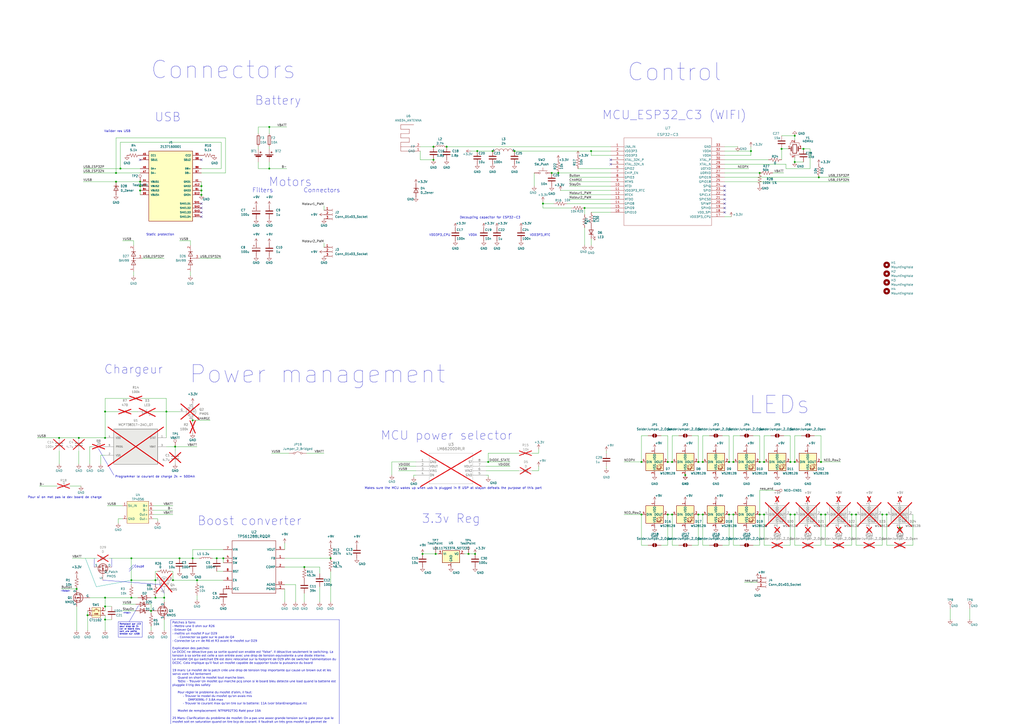
<source format=kicad_sch>
(kicad_sch (version 20250114) (generator "eeschema") (generator_version "9.0")
  (paper "A2")
  (text "LEDs" (at 452.12 234.95 0) (effects (font (size 10.16 10.16))))
  (text "3.3v Reg" (at 261.62 300.99 0) (effects (font (size 5.08 5.08))))
  (text "Chargeur" (at 77.47 214.376 0) (effects (font (size 5.08 5.08))))
  (text "Filters" (at 152.4 110.49 0) (effects (font (size 2.54 2.54))))
  (text "Decoupling capacitor for ESP32-C3" (at 266.7 127 0) (effects (font (size 1.27 1.27)) (justify left bottom)))
  (text "Control" (at 391.16 41.91 0) (effects (font (size 10.16 10.16))))
  (text "Battery" (at 161.29 58.42 0) (effects (font (size 5.08 5.08))))
  (text "Static protection" (at 92.964 136.144 0) (effects (font (size 1.27 1.27))))
  (text "Pour si on met pas le dev board de charge" (at 37.592 288.544 0) (effects (font (size 1.27 1.27))))
  (text "←Output←" (at 38.1 342.9 0) (effects (font (size 0.762 0.762))))
  (text "Programmer le courant de charge 2k = 500mA" (at 89.916 276.606 0) (effects (font (size 1.27 1.27))))
  (text "Boost converter" (at 144.78 302.26 0) (effects (font (size 5.08 5.08))))
  (text "VDD3P3_RTC" (at 307.34 137.16 0) (effects (font (size 1.27 1.27)) (justify left bottom)))
  (text "VDD3P3_CPU" (at 248.92 137.16 0) (effects (font (size 1.27 1.27)) (justify left bottom)))
  (text "MCU_ESP32_C3 (WIFI)" (at 349.25 69.85 0) (effects (font (size 5.08 5.08)) (justify left bottom)))
  (text "Valider res USB" (at 68.072 76.2 0) (effects (font (size 1.27 1.27))))
  (text "MCU power selector" (at 259.08 252.73 0) (effects (font (size 5.08 5.08))))
  (text "Connectors" (at 129.54 40.64 0) (effects (font (size 10.16 10.16))))
  (text "Makes sure the MCU wakes up when usb is plugged in !! USP at stayon defeats the purpose of this part" (at 262.89 283.21 0) (effects (font (size 1.27 1.27))))
  (text "Connectors" (at 186.69 110.49 0) (effects (font (size 2.54 2.54))))
  (text "Motors\n" (at 168.402 105.664 0) (effects (font (size 5.08 5.08))))
  (text "VDDA" (at 271.78 137.16 0) (effects (font (size 1.27 1.27)) (justify left bottom)))
  (text "Coupé" (at 80.772 328.676 0) (effects (font (size 1.27 1.27))))
  (text "USB" (at 97.282 68.072 0) (effects (font (size 5.08 5.08))))
  (text "Power management" (at 184.15 217.17 0) (effects (font (size 10.16 10.16))))
  (text "→Input→" (at 73.66 355.6 0) (effects (font (size 0.762 0.762))))
  (text_box "Patches à faire:\n- Mettre une 0 ohm sur R26\n- Enlever Q4\n- mettre un mosfet P sur D29\n	- Connecter sa gate sur le pad de Q4\n- Connecter Le v+ de R6 et R3 avant le mosfet sur D29\n\nExplication des patches:\nLe DCDC ne désactive pas sa sortie quand son enable est \"false\". Il désactive seulement le switching. La tension à sa sortie est celle a son entrée avec une drop de tension equivalente a une diode interne.\nLe mosfet Q4 qui switchait EN est donc relocalisé sur la footprint de D29 afin de switcher l'alimentation du DCDC. Cela implique qu'il faut un mosfet capable de supporter toute la puissance du board\n\n19 mars: Le mosfet de la patch crée une drop de tension trop importante qui cause un brown out et les servo vont full lentement\n	Quand on short le mosfet tout marche bien.\n	ToDo: - Trouver Un mosfet qui marche pcq sinon si le board bleu detecte une load quand la batterie est pluggée il trig des safety\n\n	Pour régler le probleme du mosfet d'alim, il faut:\n		- Trouver le model du mosfet qu'on avais mis\n			DMP3099L-7 3.8A max \n		- Trouver le courant max qu'on tire sur la batterie: 11A (voir bilanEnergetique.m)\n		\n	Mosfet de remplacement: NTF6P02T3G Raté pour 10A\n	\n25 Mars: Clarification du problème de mosfet: On a pas une assez grande tension sur la gate pour que le mosfet soit en saturation quand on tire bcp de courant. Il faudrait un très gros mosfet qui permet de passer le courant qu'on a besoin avec la tension qu'on est capable de mettre sur la gate.\n\n26 mars: On a un problème de buck boost. On tire trop de courant pour le size de l'iductance du buck boost. Il faut la specker mieux.\n			On devrais brancher les neopixels sur le 3.3v pour pouvoir mettre une plus grande tension sur les servos. Et les mettre sur une pin qui est pas celle de debug\n			Pouvoir programmer sans batteries. \nAgrandir les trous\n\nMettre les coins ronds" (at 99.06 359.41 0) (size 97.79 86.36) (margins 0.9525 0.9525 0.9525 0.9525) (effects (font (size 1.27 1.27)) (justify left top)))
  (text_box "Patch notes\n\nPcb #1 État: Tester bat + moteurs\n	Problème:\n	Rien ne se passe quand no appuie sur le bouton.\n	Avec USB: S'allume quand on pese sur le bouton (D25 manquante)\n		Apres avoir été pluggé, le bouton fais allumer meme sur betterie mais stayon marche pas\n	Avec safety bypass: Ya juste le stayon qui marche pas\n	Mesures:\n	Pin stayon tjrs à 0v\n	\n	Solution: \n		Changer le code\n		Patch temporaire: Brancher usb pour sortir de over current protection\n		Patch long terme: Betteries plus chargées? Bypasser le board bleu?\n	C'est réglé.\n	Problème: Board bleu laisse pas poweron après avoir branché la batterie. Il faut plugger usb ou short b-\n\nPCB#2 État: Testé bat+moteurs\n\nPCB#3 État: Testé bat + moteurs\n	Problème: ne s'allume pas\n	Mesures: \n		- Sortie du boost quand on pese sur le bouton: 2.8v\n		- EN du boost tjrs a 0v\n	Solution short en a 1 sur footprint de Q4\n	Résultat: Fonctionne bien. À tester avec moteurs\n\nPCB#4 État: Testé bat + moteurs\n	Problème: Gate du power mosfet est tjrs triggered par tension sur vusb causée par le board bleu car il a une diode ordinaire et non une led\n	Solution: Mettre une led sur D25 pour drop de tension plus haute (les autres pcbs l'ont deja)\n\nPCB#5 État: En cours de soudure" (at 600.71 17.78 0) (size 119.38 153.67) (margins 0.9525 0.9525 0.9525 0.9525) (effects (font (size 1.27 1.27)) (justify left top)))
  (text_box "Remplacé par LED pour drop de 2v car le board bleu sort une petite tension sur vUSB" (at 68.58 360.68 0) (size 13.97 8.89) (margins 0.6668 0.6668 0.6668 0.6668) (effects (font (size 0.889 0.889)) (justify left top)))
  (junction (at 60.96 351.79))
  (junction (at 245.11 321.31))
  (junction (at 67.31 105.41))
  (junction (at 461.01 267.97))
  (junction (at 425.45 298.45))
  (junction (at 389.89 298.45))
  (junction (at 275.59 321.31))
  (junction (at 116.84 113.03))
  (junction (at 372.11 267.97))
  (junction (at 104.14 323.85))
  (junction (at 129.54 323.85))
  (junction (at 50.8 356.87))
  (junction (at 407.67 267.97))
  (junction (at 458.47 298.45))
  (junction (at 116.84 107.95))
  (junction (at 387.35 298.45))
  (junction (at 191.77 323.85))
  (junction (at 397.51 275.59))
  (junction (at 101.6 259.08))
  (junction (at 440.69 100.33))
  (junction (at 443.23 298.45))
  (junction (at 494.03 298.45))
  (junction (at 156.21 73.66))
  (junction (at 251.46 85.09))
  (junction (at 405.13 267.97))
  (junction (at 271.78 321.31))
  (junction (at 453.39 86.36))
  (junction (at 476.25 298.45))
  (junction (at 60.96 238.76))
  (junction (at 476.25 267.97))
  (junction (at 100.33 336.55))
  (junction (at 76.2 346.71))
  (junction (at 45.72 254))
  (junction (at 76.2 336.55))
  (junction (at 440.69 267.97))
  (junction (at 511.81 298.45))
  (junction (at 81.28 105.41))
  (junction (at 276.86 87.63))
  (junction (at 461.01 78.74))
  (junction (at 372.11 298.45))
  (junction (at 81.28 107.95))
  (junction (at 44.45 341.63))
  (junction (at 440.69 298.45))
  (junction (at 466.09 86.36))
  (junction (at 81.28 110.49))
  (junction (at 496.57 298.45))
  (junction (at 425.45 267.97))
  (junction (at 458.47 267.97))
  (junction (at 407.67 298.45))
  (junction (at 69.85 97.79))
  (junction (at 76.2 323.85))
  (junction (at 521.97 306.07))
  (junction (at 114.3 336.55))
  (junction (at 125.73 323.85))
  (junction (at 156.21 97.79))
  (junction (at 60.96 254))
  (junction (at 176.53 328.93))
  (junction (at 283.21 267.97))
  (junction (at 298.45 87.63))
  (junction (at 252.73 321.31))
  (junction (at 60.96 359.41))
  (junction (at 514.35 298.45))
  (junction (at 461.01 298.45))
  (junction (at 422.91 267.97))
  (junction (at 443.23 267.97))
  (junction (at 259.08 85.09))
  (junction (at 389.89 267.97))
  (junction (at 478.79 298.45))
  (junction (at 387.35 267.97))
  (junction (at 111.76 323.85))
  (junction (at 314.96 118.11))
  (junction (at 320.04 100.33))
  (junction (at 87.63 354.33))
  (junction (at 34.29 254))
  (junction (at 342.9 87.63))
  (junction (at 90.17 346.71))
  (junction (at 96.52 238.76))
  (junction (at 405.13 298.45))
  (junction (at 90.17 336.55))
  (junction (at 474.98 102.87))
  (junction (at 422.91 298.45))
  (junction (at 285.75 87.63))
  (junction (at 111.76 243.84))
  (junction (at 435.61 87.63))
  (junction (at 116.84 110.49))
  (junction (at 323.85 100.33))
  (junction (at 339.09 120.65))
  (junction (at 67.31 100.33))
  (junction (at 95.25 346.71))
  (junction (at 60.96 346.71))
  (junction (at 461.01 93.98))
  (junction (at 251.46 92.71))
  (no_connect (at 420.37 113.03))
  (no_connect (at 116.84 123.19))
  (no_connect (at 354.33 92.71))
  (no_connect (at 116.84 125.73))
  (no_connect (at 420.37 118.11))
  (no_connect (at 420.37 110.49))
  (no_connect (at 116.84 120.65))
  (no_connect (at 116.84 92.71))
  (no_connect (at 420.37 123.19))
  (no_connect (at 420.37 120.65))
  (no_connect (at 81.28 92.71))
  (no_connect (at 354.33 95.25))
  (no_connect (at 420.37 107.95))
  (no_connect (at 420.37 115.57))
  (no_connect (at 116.84 118.11))
  (wire (pts (xy 420.37 95.25) (xy 455.93 95.25)))
  (wire (pts (xy 121.92 243.84) (xy 111.76 243.84)))
  (wire (pts (xy 339.09 120.65) (xy 339.09 124.46)))
  (wire (pts (xy 69.85 97.79) (xy 81.28 97.79)))
  (wire (pts (xy 429.26 316.23) (xy 425.45 316.23)))
  (wire (pts (xy 60.96 359.41) (xy 60.96 365.76)))
  (wire (pts (xy 494.03 316.23) (xy 494.03 298.45)))
  (wire (pts (xy 87.63 354.33) (xy 87.63 355.6)))
  (wire (pts (xy 95.25 346.71) (xy 95.25 349.25)))
  (wire (pts (xy 95.25 365.76) (xy 95.25 359.41)))
  (wire (pts (xy 482.6 316.23) (xy 478.79 316.23)))
  (wire (pts (xy 60.96 351.79) (xy 60.96 354.33)))
  (wire (pts (xy 443.23 316.23) (xy 443.23 298.45)))
  (wire (pts (xy 50.8 356.87) (xy 50.8 365.76)))
  (wire (pts (xy 476.25 267.97) (xy 487.68 267.97)))
  (wire (pts (xy 425.45 316.23) (xy 425.45 298.45)))
  (wire (pts (xy 464.82 252.73) (xy 461.01 252.73)))
  (wire (pts (xy 314.96 120.65) (xy 331.47 120.65)))
  (wire (pts (xy 156.21 85.09) (xy 156.21 86.36)))
  (wire (pts (xy 458.47 267.97) (xy 461.01 267.97)))
  (wire (pts (xy 342.9 123.19) (xy 354.33 123.19)))
  (wire (pts (xy 60.96 231.14) (xy 60.96 238.76)))
  (wire (pts (xy 490.22 316.23) (xy 494.03 316.23)))
  (wire (pts (xy 420.37 97.79) (xy 434.34 97.79)))
  (wire (pts (xy 81.28 110.49) (xy 81.28 113.03)))
  (wire (pts (xy 231.14 273.05) (xy 241.3 273.05)))
  (wire (pts (xy 96.52 238.76) (xy 96.52 254)))
  (wire (pts (xy 21.59 254) (xy 34.29 254)))
  (wire (pts (xy 48.26 100.33) (xy 67.31 100.33)))
  (wire (pts (xy 269.24 321.31) (xy 271.78 321.31)))
  (wire (pts (xy 100.33 336.55) (xy 114.3 336.55)))
  (wire (pts (xy 76.2 346.71) (xy 80.01 346.71)))
  (wire (pts (xy 149.86 97.79) (xy 156.21 97.79)))
  (wire (pts (xy 448.31 100.33) (xy 454.66 100.33)))
  (wire (pts (xy 88.9 298.45) (xy 100.33 298.45)))
  (wire (pts (xy 454.66 316.23) (xy 458.47 316.23)))
  (wire (pts (xy 90.17 346.71) (xy 95.25 346.71)))
  (wire (pts (xy 243.84 92.71) (xy 251.46 92.71)))
  (wire (pts (xy 389.89 298.45) (xy 389.89 316.23)))
  (wire (pts (xy 114.3 336.55) (xy 129.54 336.55)))
  (wire (pts (xy 110.49 160.02) (xy 110.49 157.48)))
  (wire (pts (xy 111.76 323.85) (xy 115.57 323.85)))
  (polyline (pts (xy 74.93 360.68) (xy 80.436 351.1541)))
  (wire (pts (xy 35.56 341.63) (xy 44.45 341.63)))
  (wire (pts (xy 335.28 97.79) (xy 354.33 97.79)))
  (wire (pts (xy 469.9 97.79) (xy 455.93 97.79)))
  (wire (pts (xy 478.79 316.23) (xy 478.79 298.45)))
  (wire (pts (xy 447.04 252.73) (xy 443.23 252.73)))
  (wire (pts (xy 252.73 321.31) (xy 254 321.31)))
  (wire (pts (xy 156.21 73.66) (xy 156.21 77.47)))
  (wire (pts (xy 52.07 259.08) (xy 53.34 259.08)))
  (wire (pts (xy 60.96 346.71) (xy 76.2 346.71)))
  (wire (pts (xy 387.35 298.45) (xy 389.89 298.45)))
  (wire (pts (xy 372.11 252.73) (xy 372.11 267.97)))
  (wire (pts (xy 125.73 323.85) (xy 129.54 323.85)))
  (wire (pts (xy 88.9 295.91) (xy 100.33 295.91)))
  (wire (pts (xy 342.9 87.63) (xy 342.9 90.17)))
  (wire (pts (xy 420.37 85.09) (xy 427.99 85.09)))
  (wire (pts (xy 387.35 252.73) (xy 387.35 267.97)))
  (wire (pts (xy 508 316.23) (xy 511.81 316.23)))
  (wire (pts (xy 50.8 354.33) (xy 50.8 356.87)))
  (wire (pts (xy 111.76 318.77) (xy 111.76 323.85)))
  (wire (pts (xy 466.09 86.36) (xy 469.9 86.36)))
  (wire (pts (xy 405.13 298.45) (xy 407.67 298.45)))
  (wire (pts (xy 330.2 113.03) (xy 354.33 113.03)))
  (wire (pts (xy 176.53 349.25) (xy 176.53 344.17)))
  (wire (pts (xy 114.3 259.08) (xy 101.6 259.08)))
  (polyline (pts (xy 57.15 260.35) (xy 66.04 275.59)))
  (wire (pts (xy 453.39 86.36) (xy 453.39 92.71)))
  (wire (pts (xy 383.54 316.23) (xy 387.35 316.23)))
  (wire (pts (xy 52.07 346.71) (xy 60.96 346.71)))
  (wire (pts (xy 496.57 298.45) (xy 496.57 316.23)))
  (wire (pts (xy 387.35 267.97) (xy 389.89 267.97)))
  (wire (pts (xy 276.86 87.63) (xy 273.05 87.63)))
  (wire (pts (xy 440.69 252.73) (xy 440.69 267.97)))
  (wire (pts (xy 551.18 353.06) (xy 551.18 359.41)))
  (wire (pts (xy 82.55 231.14) (xy 96.52 231.14)))
  (wire (pts (xy 276.86 87.63) (xy 285.75 87.63)))
  (wire (pts (xy 68.58 303.53) (xy 68.58 300.99)))
  (wire (pts (xy 422.91 252.73) (xy 422.91 267.97)))
  (wire (pts (xy 440.69 316.23) (xy 440.69 298.45)))
  (wire (pts (xy 116.84 107.95) (xy 116.84 110.49)))
  (wire (pts (xy 88.9 293.37) (xy 100.33 293.37)))
  (wire (pts (xy 312.42 273.05) (xy 308.61 273.05)))
  (wire (pts (xy 351.79 270.51) (xy 351.79 271.78)))
  (wire (pts (xy 165.1 328.93) (xy 176.53 328.93)))
  (polyline (pts (xy 49.53 323.85) (xy 55.88 340.36)) (stroke (width 0) (color 0 161 142 1)))
  (wire (pts (xy 422.91 267.97) (xy 425.45 267.97)))
  (wire (pts (xy 387.35 316.23) (xy 387.35 298.45)))
  (wire (pts (xy 87.63 238.76) (xy 96.52 238.76)))
  (wire (pts (xy 243.84 87.63) (xy 243.84 92.71)))
  (wire (pts (xy 76.2 323.85) (xy 76.2 336.55)))
  (wire (pts (xy 424.18 125.73) (xy 420.37 125.73)))
  (wire (pts (xy 461.01 93.98) (xy 461.01 91.44)))
  (wire (pts (xy 500.38 316.23) (xy 496.57 316.23)))
  (wire (pts (xy 87.63 346.71) (xy 90.17 346.71)))
  (wire (pts (xy 77.47 139.7) (xy 77.47 142.24)))
  (wire (pts (xy 422.91 298.45) (xy 425.45 298.45)))
  (wire (pts (xy 440.69 267.97) (xy 443.23 267.97)))
  (wire (pts (xy 458.47 252.73) (xy 458.47 267.97)))
  (wire (pts (xy 453.39 86.36) (xy 457.2 86.36)))
  (wire (pts (xy 454.66 252.73) (xy 458.47 252.73)))
  (wire (pts (xy 440.69 284.48) (xy 440.69 298.45)))
  (wire (pts (xy 420.37 102.87) (xy 474.98 102.87)))
  (wire (pts (xy 130.81 80.01) (xy 67.31 80.01)))
  (wire (pts (xy 91.44 300.99) (xy 91.44 302.26)))
  (wire (pts (xy 68.58 300.99) (xy 71.12 300.99)))
  (wire (pts (xy 461.01 298.45) (xy 461.01 316.23)))
  (wire (pts (xy 185.42 332.74) (xy 185.42 328.93)))
  (wire (pts (xy 435.61 87.63) (xy 435.61 90.17)))
  (wire (pts (xy 401.32 252.73) (xy 405.13 252.73)))
  (wire (pts (xy 69.85 82.55) (xy 69.85 97.79)))
  (polyline (pts (xy 59.69 336.55) (xy 92.71 339.09)))
  (wire (pts (xy 281.94 273.05) (xy 300.99 273.05)))
  (wire (pts (xy 71.12 139.7) (xy 77.47 139.7)))
  (wire (pts (xy 435.61 85.09) (xy 435.61 87.63)))
  (wire (pts (xy 461.01 252.73) (xy 461.01 267.97)))
  (wire (pts (xy 60.96 254) (xy 45.72 254)))
  (wire (pts (xy 80.01 238.76) (xy 76.2 238.76)))
  (wire (pts (xy 342.9 87.63) (xy 354.33 87.63)))
  (wire (pts (xy 361.95 298.45) (xy 372.11 298.45)))
  (wire (pts (xy 81.28 105.41) (xy 81.28 107.95)))
  (wire (pts (xy 76.2 323.85) (xy 104.14 323.85)))
  (wire (pts (xy 87.63 350.52) (xy 87.63 354.33)))
  (wire (pts (xy 407.67 252.73) (xy 407.67 267.97)))
  (wire (pts (xy 41.91 323.85) (xy 55.88 323.85)))
  (wire (pts (xy 156.21 73.66) (xy 166.37 73.66)))
  (wire (pts (xy 125.73 331.47) (xy 129.54 331.47)))
  (wire (pts (xy 436.88 316.23) (xy 440.69 316.23)))
  (wire (pts (xy 156.21 93.98) (xy 156.21 97.79)))
  (wire (pts (xy 149.86 73.66) (xy 149.86 77.47)))
  (wire (pts (xy 231.14 270.51) (xy 241.3 270.51)))
  (wire (pts (xy 60.96 359.41) (xy 64.77 359.41)))
  (wire (pts (xy 518.16 316.23) (xy 514.35 316.23)))
  (wire (pts (xy 330.2 102.87) (xy 354.33 102.87)))
  (wire (pts (xy 101.6 259.08) (xy 96.52 259.08)))
  (wire (pts (xy 71.12 350.52) (xy 78.74 350.52)))
  (wire (pts (xy 52.07 269.24) (xy 52.07 259.08)))
  (wire (pts (xy 71.12 354.33) (xy 78.74 354.33)))
  (wire (pts (xy 62.23 293.37) (xy 71.12 293.37)))
  (wire (pts (xy 165.1 314.96) (xy 165.1 318.77)))
  (wire (pts (xy 420.37 100.33) (xy 440.69 100.33)))
  (wire (pts (xy 514.35 316.23) (xy 514.35 298.45)))
  (wire (pts (xy 177.8 262.89) (xy 187.96 262.89)))
  (wire (pts (xy 472.44 252.73) (xy 476.25 252.73)))
  (wire (pts (xy 511.81 298.45) (xy 514.35 298.45)))
  (wire (pts (xy 45.72 269.24) (xy 45.72 261.62)))
  (wire (pts (xy 436.88 252.73) (xy 440.69 252.73)))
  (wire (pts (xy 187.96 119.38) (xy 187.96 121.92)))
  (wire (pts (xy 60.96 238.76) (xy 68.58 238.76)))
  (wire (pts (xy 464.82 316.23) (xy 461.01 316.23)))
  (wire (pts (xy 420.37 92.71) (xy 445.77 92.71)))
  (wire (pts (xy 419.1 252.73) (xy 422.91 252.73)))
  (wire (pts (xy 476.25 252.73) (xy 476.25 267.97)))
  (wire (pts (xy 165.1 323.85) (xy 191.77 323.85)))
  (wire (pts (xy 281.94 270.51) (xy 295.91 270.51)))
  (wire (pts (xy 361.95 267.97) (xy 372.11 267.97)))
  (wire (pts (xy 314.96 118.11) (xy 321.31 118.11)))
  (wire (pts (xy 328.93 118.11) (xy 354.33 118.11)))
  (wire (pts (xy 330.2 105.41) (xy 354.33 105.41)))
  (wire (pts (xy 128.27 97.79) (xy 128.27 82.55)))
  (wire (pts (xy 90.17 336.55) (xy 90.17 339.09)))
  (wire (pts (xy 314.96 116.84) (xy 314.96 118.11)))
  (polyline (pts (xy 92.71 339.09) (xy 95.25 344.17)))
  (wire (pts (xy 449.58 284.48) (xy 440.69 284.48)))
  (wire (pts (xy 240.03 275.59) (xy 241.3 275.59)))
  (wire (pts (xy 312.42 270.51) (xy 312.42 273.05)))
  (wire (pts (xy 271.78 321.31) (xy 275.59 321.31)))
  (wire (pts (xy 104.14 238.76) (xy 96.52 238.76)))
  (wire (pts (xy 562.61 353.06) (xy 562.61 359.41)))
  (wire (pts (xy 86.36 354.33) (xy 87.63 354.33)))
  (wire (pts (xy 240.03 276.86) (xy 240.03 275.59)))
  (wire (pts (xy 389.89 252.73) (xy 393.7 252.73)))
  (wire (pts (xy 67.31 105.41) (xy 81.28 105.41)))
  (wire (pts (xy 227.33 275.59) (xy 227.33 267.97)))
  (wire (pts (xy 435.61 90.17) (xy 420.37 90.17)))
  (wire (pts (xy 492.76 102.87) (xy 474.98 102.87)))
  (wire (pts (xy 171.45 339.09) (xy 171.45 349.25)))
  (wire (pts (xy 283.21 267.97) (xy 281.94 267.97)))
  (wire (pts (xy 342.9 142.24) (xy 342.9 138.43)))
  (wire (pts (xy 67.31 100.33) (xy 81.28 100.33)))
  (wire (pts (xy 320.04 100.33) (xy 323.85 100.33)))
  (wire (pts (xy 81.28 107.95) (xy 81.28 110.49)))
  (wire (pts (xy 325.12 110.49) (xy 354.33 110.49)))
  (wire (pts (xy 245.11 321.31) (xy 252.73 321.31)))
  (wire (pts (xy 76.2 339.09) (xy 76.2 336.55)))
  (wire (pts (xy 309.88 107.95) (xy 309.88 100.33)))
  (wire (pts (xy 46.99 281.94) (xy 40.64 281.94)))
  (wire (pts (xy 82.55 149.86) (xy 95.25 149.86)))
  (wire (pts (xy 95.25 344.17) (xy 95.25 346.71)))
  (wire (pts (xy 60.96 346.71) (xy 60.96 351.79)))
  (wire (pts (xy 494.03 298.45) (xy 496.57 298.45)))
  (wire (pts (xy 191.77 349.25) (xy 191.77 331.47)))
  (wire (pts (xy 405.13 252.73) (xy 405.13 267.97)))
  (wire (pts (xy 401.32 316.23) (xy 405.13 316.23)))
  (wire (pts (xy 149.86 73.66) (xy 156.21 73.66)))
  (wire (pts (xy 529.59 316.23) (xy 529.59 298.45)))
  (wire (pts (xy 425.45 252.73) (xy 425.45 267.97)))
  (wire (pts (xy 100.33 331.47) (xy 100.33 336.55)))
  (wire (pts (xy 60.96 351.79) (xy 64.77 351.79)))
  (wire (pts (xy 372.11 316.23) (xy 375.92 316.23)))
  (wire (pts (xy 76.2 336.55) (xy 90.17 336.55)))
  (wire (pts (xy 458.47 316.23) (xy 458.47 298.45)))
  (wire (pts (xy 339.09 132.08) (xy 339.09 142.24)))
  (wire (pts (xy 58.42 269.24) (xy 58.42 264.16)))
  (wire (pts (xy 115.57 149.86) (xy 128.27 149.86)))
  (wire (pts (xy 114.3 345.44) (xy 114.3 347.98)))
  (wire (pts (xy 157.48 262.89) (xy 167.64 262.89)))
  (wire (pts (xy 300.99 262.89) (xy 283.21 262.89)))
  (wire (pts (xy 461.01 78.74) (xy 461.01 81.28)))
  (wire (pts (xy 185.42 340.36) (xy 185.42 349.25)))
  (wire (pts (xy 129.54 323.85) (xy 129.54 326.39)))
  (wire (pts (xy 342.9 90.17) (xy 354.33 90.17)))
  (wire (pts (xy 298.45 87.63) (xy 342.9 87.63)))
  (wire (pts (xy 165.1 341.63) (xy 165.1 349.25)))
  (wire (pts (xy 389.89 316.23) (xy 393.7 316.23)))
  (wire (pts (xy 90.17 331.47) (xy 90.17 336.55)))
  (wire (pts (xy 405.13 267.97) (xy 407.67 267.97)))
  (wire (pts (xy 22.86 281.94) (xy 33.02 281.94)))
  (wire (pts (xy 99.06 331.47) (xy 100.33 331.47)))
  (wire (pts (xy 419.1 316.23) (xy 422.91 316.23)))
  (wire (pts (xy 440.69 298.45) (xy 443.23 298.45)))
  (wire (pts (xy 74.93 231.14) (xy 60.96 231.14)))
  (wire (pts (xy 165.1 339.09) (xy 171.45 339.09)))
  (wire (pts (xy 420.37 87.63) (xy 435.61 87.63)))
  (wire (pts (xy 469.9 86.36) (xy 469.9 97.79)))
  (wire (pts (xy 123.19 323.85) (xy 125.73 323.85)))
  (wire (pts (xy 283.21 262.89) (xy 283.21 267.97)))
  (wire (pts (xy 87.63 363.22) (xy 87.63 365.76)))
  (wire (pts (xy 58.42 264.16) (xy 60.96 264.16)))
  (wire (pts (xy 455.93 97.79) (xy 455.93 95.25)))
  (wire (pts (xy 77.47 160.02) (xy 77.47 157.48)))
  (polyline (pts (xy 74.93 331.47) (xy 77.47 328.93)))
  (wire (pts (xy 227.33 267.97) (xy 241.3 267.97)))
  (wire (pts (xy 407.67 298.45) (xy 407.67 316.23)))
  (wire (pts (xy 420.37 105.41) (xy 492.76 105.41)))
  (wire (pts (xy 129.54 318.77) (xy 111.76 318.77)))
  (wire (pts (xy 34.29 254) (xy 45.72 254)))
  (wire (pts (xy 461.01 93.98) (xy 466.09 93.98)))
  (wire (pts (xy 312.42 260.35) (xy 312.42 262.89)))
  (wire (pts (xy 91.44 331.47) (xy 90.17 331.47)))
  (wire (pts (xy 86.36 350.52) (xy 87.63 350.52)))
  (wire (pts (xy 511.81 316.23) (xy 511.81 298.45)))
  (wire (pts (xy 458.47 298.45) (xy 461.01 298.45)))
  (wire (pts (xy 383.54 252.73) (xy 387.35 252.73)))
  (wire (pts (xy 114.3 336.55) (xy 114.3 337.82)))
  (polyline (pts (xy 54.61 323.85) (xy 54.61 328.93)))
  (wire (pts (xy 525.78 316.23) (xy 529.59 316.23)))
  (wire (pts (xy 149.86 93.98) (xy 149.86 97.79)))
  (wire (pts (xy 312.42 262.89) (xy 308.61 262.89)))
  (polyline (pts (xy 74.93 330.2) (xy 77.47 327.66)))
  (wire (pts (xy 351.79 261.62) (xy 351.79 262.89)))
  (wire (pts (xy 104.14 323.85) (xy 111.76 323.85)))
  (wire (pts (xy 447.04 316.23) (xy 443.23 316.23)))
  (wire (pts (xy 130.81 100.33) (xy 130.81 80.01)))
  (wire (pts (xy 116.84 100.33) (xy 130.81 100.33)))
  (polyline (pts (xy 64.77 323.85) (xy 64.77 328.93)))
  (wire (pts (xy 60.96 356.87) (xy 60.96 359.41)))
  (wire (pts (xy 60.96 254) (xy 60.96 238.76)))
  (polyline (pts (xy 76.2 336.55) (xy 55.88 340.36)) (stroke (width 0) (color 0 161 142 1)))
  (wire (pts (xy 44.45 351.79) (xy 44.45 365.76)))
  (wire (pts (xy 34.29 261.62) (xy 34.29 269.24)))
  (wire (pts (xy 63.5 323.85) (xy 76.2 323.85)))
  (wire (pts (xy 156.21 97.79) (xy 166.37 97.79)))
  (wire (pts (xy 110.49 139.7) (xy 110.49 142.24)))
  (wire (pts (xy 96.52 231.14) (xy 96.52 238.76)))
  (wire (pts (xy 339.09 120.65) (xy 354.33 120.65)))
  (wire (pts (xy 476.25 298.45) (xy 478.79 298.45)))
  (wire (pts (xy 323.85 100.33) (xy 354.33 100.33)))
  (wire (pts (xy 149.86 85.09) (xy 149.86 86.36)))
  (wire (pts (xy 431.8 337.82) (xy 439.42 337.82)))
  (wire (pts (xy 283.21 276.86) (xy 283.21 275.59)))
  (wire (pts (xy 411.48 316.23) (xy 407.67 316.23)))
  (wire (pts (xy 283.21 267.97) (xy 295.91 267.97)))
  (wire (pts (xy 375.92 252.73) (xy 372.11 252.73)))
  (wire (pts (xy 259.08 85.09) (xy 354.33 85.09)))
  (wire (pts (xy 128.27 82.55) (xy 69.85 82.55)))
  (wire (pts (xy 453.39 78.74) (xy 461.01 78.74)))
  (wire (pts (xy 104.14 139.7) (xy 110.49 139.7)))
  (wire (pts (xy 67.31 80.01) (xy 67.31 100.33)))
  (wire (pts (xy 372.11 298.45) (xy 372.11 316.23)))
  (wire (pts (xy 464.82 86.36) (xy 466.09 86.36)))
  (wire (pts (xy 116.84 105.41) (xy 116.84 107.95)))
  (wire (pts (xy 330.2 115.57) (xy 354.33 115.57)))
  (wire (pts (xy 88.9 300.99) (xy 91.44 300.99)))
  (wire (pts (xy 243.84 85.09) (xy 251.46 85.09)))
  (wire (pts (xy 389.89 252.73) (xy 389.89 267.97)))
  (wire (pts (xy 422.91 316.23) (xy 422.91 298.45)))
  (wire (pts (xy 176.53 328.93) (xy 185.42 328.93)))
  (wire (pts (xy 101.6 261.62) (xy 101.6 259.08)))
  (wire (pts (xy 443.23 252.73) (xy 443.23 267.97)))
  (wire (pts (xy 405.13 298.45) (xy 405.13 316.23)))
  (wire (pts (xy 283.21 275.59) (xy 281.94 275.59)))
  (wire (pts (xy 314.96 120.65) (xy 314.96 118.11)))
  (wire (pts (xy 411.48 252.73) (xy 407.67 252.73)))
  (wire (pts (xy 48.26 105.41) (xy 67.31 105.41)))
  (wire (pts (xy 476.25 316.23) (xy 476.25 298.45)))
  (wire (pts (xy 472.44 316.23) (xy 476.25 316.23)))
  (wire (pts (xy 429.26 252.73) (xy 425.45 252.73)))
  (wire (pts (xy 116.84 110.49) (xy 116.84 113.03)))
  (wire (pts (xy 330.2 107.95) (xy 354.33 107.95)))
  (wire (pts (xy 187.96 140.97) (xy 187.96 143.51)))
  (wire (pts (xy 116.84 97.79) (xy 128.27 97.79)))
  (wire (pts (xy 48.26 97.79) (xy 69.85 97.79)))
  (label "VUSB" (at 157.48 262.89 0))
  (label "VBATT" (at 166.37 73.66 180))
  (label "neo_end" (at 440.69 284.48 0))
  (label "StayOn" (at 71.12 354.33 0))
  (label "NEO_Row2" (at 361.95 298.45 0))
  (label "neo_end" (at 431.8 337.82 0))
  (label "Moteur1_PWM" (at 330.2 113.03 0))
  (label "CHARGE" (at 121.92 243.84 180))
  (label "DIODE_STATE" (at 295.91 267.97 180))
  (label "VUSB" (at 71.12 350.52 0))
  (label "VBATT" (at 187.96 262.89 180))
  (label "VDIODE" (at 295.91 270.51 180))
  (label "NEO_Row2" (at 487.68 267.97 180))
  (label "VBATT" (at 41.91 323.85 0))
  (label "B-" (at 22.86 281.94 0))
  (label "VUSB" (at 62.23 293.37 0))
  (label "VUSB" (at 231.14 273.05 0))
  (label "USB_ESP32N" (at 492.76 105.41 180))
  (label "Moteur2_PWM" (at 330.2 115.57 0))
  (label "VDIODE" (at 231.14 270.51 0))
  (label "USB_ESP32N" (at 48.26 100.33 0))
  (label "NEOPX" (at 434.34 97.79 180))
  (label "VUSB" (at 48.26 105.41 0))
  (label "Moteur2_PWM" (at 187.96 140.97 180))
  (label "VUSB" (at 71.12 139.7 0))
  (label "VBATT" (at 100.33 298.45 180))
  (label "Moteur1_PWM" (at 187.96 119.38 180))
  (label "USB_ESP32N" (at 128.27 149.86 180))
  (label "Button" (at 35.56 341.63 0))
  (label "USB_ESP32P" (at 95.25 149.86 180))
  (label "VUSB" (at 21.59 254 0))
  (label "B-" (at 166.37 97.79 180))
  (label "NEOPX" (at 361.95 267.97 0))
  (label "VUSB" (at 104.14 139.7 0))
  (label "VBATT" (at 114.3 259.08 180))
  (label "VBATT" (at 100.33 293.37 180))
  (label "USB_ESP32P" (at 48.26 97.79 0))
  (label "USB_ESP32P" (at 492.76 102.87 180))
  (label "CHARGE" (at 330.2 105.41 0))
  (label "StayOn" (at 330.2 107.95 0))
  (label "Button" (at 330.2 102.87 0))
  (label "B-" (at 100.33 295.91 180))
  (label "VBATT" (at 454.66 100.33 180))
  (symbol (lib_id "Device:R_US") (at 191.77 320.04 0) (unit 1)
    (property "Reference" "R12" (at 193.04 319.024 0) (effects (justify left)))
    (property "Value" "357k" (at 193.04 321.056 0) (effects (justify left)))
    (property "Footprint" "Resistor_SMD:R_0603_1608Metric" (effects (hide yes)))
    (property "Description" "Resistor, US symbol" (effects (hide yes)))
  )
  (symbol (lib_id "Device:R_US") (at 72.39 238.76 270) (mirror x) (unit 1) (dnp yes)
    (property "Reference" "R7" (at 72.39 232.41 90))
    (property "Value" "470" (at 72.39 234.95 90))
    (property "Footprint" "Resistor_SMD:R_0603_1608Metric" (effects (hide yes)))
  )
  (symbol (lib_id "Device:C_Polarized") (at 148.59 144.78 0) (unit 1)
    (property "Reference" "C8" (at 139.7 143.51 0) (effects (justify left)))
    (property "Value" "100u" (at 139.7 146.05 0) (effects (justify left)))
    (property "Footprint" "Capacitor_THT:CP_Radial_D5.0mm_P2.00mm" (effects (hide yes)))
    (property "Description" "Polarized capacitor" (effects (hide yes)))
  )
  (symbol (lib_id "Jumper:SolderJumper_2_Open") (at 433.07 316.23 0) (unit 1) (exclude_from_sim yes) (in_bom no)
    (property "Reference" "JP15" (at 433.07 309.88 0))
    (property "Value" "SolderJumper_2_Open" (at 433.07 312.42 0))
    (property "Footprint" "Jumper:SolderJumper-2_P1.3mm_Open_TrianglePad1.0x1.5mm" (effects (hide yes)))
    (property "Description" "Solder Jumper, 2-pole, open" (effects (hide yes)))
  )
  (symbol (lib_id "LM66200DRLR:LM66200DRLR") (at 241.3 267.97 0) (unit 1) (on_board no) (dnp yes)
    (property "Reference" "U3" (at 261.62 257.81 0) (effects (font (size 1.524 1.524))))
    (property "Value" "LM66200DRLR" (at 261.62 260.35 0) (effects (font (size 1.524 1.524))))
    (property "Footprint" "LM66200DRLR:SOT-5X3_DRL_TEX-L" (effects (hide yes)))
    (property "Datasheet" "LM66200DRLR" (effects (hide yes)))
  )
  (symbol (lib_id "power:GND") (at 415.29 306.07 0) (unit 1)
    (property "Reference" "#PWR086" (effects (hide yes)))
    (property "Value" "GND" (at 415.29 311.15 0))
    (property "Description" "Power symbol creates a global label with name \"GND\" , ground" (effects (hide yes)))
  )
  (symbol (lib_id "Device:C") (at 251.46 88.9 0) (unit 1)
    (property "Reference" "C16" (at 254 87.63 0) (effects (justify left)))
    (property "Value" "1.8p" (at 253.365 90.17 0) (effects (justify left)))
    (property "Footprint" "Capacitor_SMD:C_0402_1005Metric_Pad0.74x0.62mm_HandSolder" (effects (hide yes)))
  )
  (symbol (lib_id "power:GND") (at 397.51 306.07 0) (unit 1)
    (property "Reference" "#PWR083" (effects (hide yes)))
    (property "Value" "GND" (at 397.51 311.15 0))
    (property "Description" "Power symbol creates a global label with name \"GND\" , ground" (effects (hide yes)))
  )
  (symbol (lib_id "power:+5V") (at 450.85 290.83 0) (unit 1) (dnp yes)
    (property "Reference" "#PWR0121" (effects (hide yes)))
    (property "Value" "+5V" (at 450.85 285.75 0))
    (property "Description" "Power symbol creates a global label with name \"+5V\"" (effects (hide yes)))
  )
  (symbol (lib_id "Diode:BAV99") (at 77.47 149.86 90) (unit 1)
    (property "Reference" "D27" (at 74.93 148.5899 90) (effects (justify left)))
    (property "Value" "BAV99" (at 74.93 151.1299 90) (effects (justify left)))
    (property "Footprint" "Package_TO_SOT_SMD:SOT-23" (effects (hide yes)))
    (property "Datasheet" "https://assets.nexperia.com/documents/data-sheet/BAV99_SER.pdf" (effects (hide yes)))
    (property "Description" "BAV99 High-speed switching diodes, SOT-23" (effects (hide yes)))
  )
  (symbol (lib_id "Jumper:SolderJumper_2_Open") (at 450.85 252.73 0) (unit 1) (exclude_from_sim yes) (in_bom no)
    (property "Reference" "JP5" (at 450.85 246.38 0))
    (property "Value" "SolderJumper_2_Open" (at 450.85 248.92 0))
    (property "Footprint" "Jumper:SolderJumper-2_P1.3mm_Open_TrianglePad1.0x1.5mm" (effects (hide yes)))
    (property "Description" "Solder Jumper, 2-pole, open" (effects (hide yes)))
  )
  (symbol (lib_id "power:GND") (at 58.42 269.24 0) (mirror y) (unit 1)
    (property "Reference" "#PWR012" (effects (hide yes)))
    (property "Value" "GND" (at 58.42 273.05 0))
  )
  (symbol (lib_id "power:GND") (at 241.3 114.3 0) (unit 1)
    (property "Reference" "#PWR049" (effects (hide yes)))
    (property "Value" "GND" (at 238.125 115.57 0))
  )
  (symbol (lib_id "Device:R_US") (at 57.15 259.08 90) (mirror x) (unit 1) (dnp yes)
    (property "Reference" "R8" (at 57.15 255.778 90))
    (property "Value" "2k" (at 57.404 257.302 90))
    (property "Footprint" "Resistor_SMD:R_0603_1608Metric" (effects (hide yes)))
  )
  (symbol (lib_id "LED:WS2812B") (at 504.19 298.45 0) (unit 1) (on_board no) (dnp yes)
    (property "Reference" "D23" (at 511.81 302.514 0))
    (property "Value" "WS2812B" (at 511.81 305.054 0))
    (property "Footprint" "LED_SMD:LED_WS2812B_PLCC4_5.0x5.0mm_P3.2mm" (effects (hide yes)))
    (property "Datasheet" "https://cdn-shop.adafruit.com/datasheets/WS2812B.pdf" (effects (hide yes)))
    (property "Description" "RGB LED with integrated controller" (effects (hide yes)))
  )
  (symbol (lib_id "power:+9V") (at 439.42 335.28 0) (unit 1)
    (property "Reference" "#PWR099" (effects (hide yes)))
    (property "Value" "+9V" (at 441.706 331.978 0))
    (property "Description" "Power symbol creates a global label with name \"+9V\"" (effects (hide yes)))
  )
  (symbol (lib_id "power:GND") (at 245.11 328.93 0) (unit 1)
    (property "Reference" "#PWR0109" (effects (hide yes)))
    (property "Value" "GND" (at 248.158 332.232 0))
    (property "Description" "Power symbol creates a global label with name \"GND\" , ground" (effects (hide yes)))
  )
  (symbol (lib_id "power:GND") (at 165.1 349.25 0) (unit 1)
    (property "Reference" "#PWR031" (effects (hide yes)))
    (property "Value" "GND" (at 165.1 353.06 0))
    (property "Description" "Power symbol creates a global label with name \"GND\" , ground" (effects (hide yes)))
  )
  (symbol (lib_id "Device:R_US") (at 76.2 342.9 0) (unit 1)
    (property "Reference" "R3" (at 69.85 341.63 0) (effects (justify left)))
    (property "Value" "10k" (at 69.85 344.17 0) (effects (justify left)))
    (property "Footprint" "Resistor_SMD:R_0603_1608Metric" (effects (hide yes)))
    (property "Description" "Resistor, US symbol" (effects (hide yes)))
  )
  (symbol (lib_id "power:GND") (at 148.59 127 0) (unit 1)
    (property "Reference" "#PWR021" (effects (hide yes)))
    (property "Value" "GND" (at 148.59 130.81 0))
    (property "Description" "Power symbol creates a global label with name \"GND\" , ground" (effects (hide yes)))
  )
  (symbol (lib_id "power:GND") (at 110.49 160.02 0) (unit 1)
    (property "Reference" "#PWR0127" (effects (hide yes)))
    (property "Value" "GND" (at 110.49 164.465 0))
  )
  (symbol (lib_id "Diode:BAV99") (at 110.49 149.86 90) (unit 1)
    (property "Reference" "D26" (at 107.95 148.5899 90) (effects (justify left)))
    (property "Value" "BAV99" (at 107.95 151.1299 90) (effects (justify left)))
    (property "Footprint" "Package_TO_SOT_SMD:SOT-23" (effects (hide yes)))
    (property "Datasheet" "https://assets.nexperia.com/documents/data-sheet/BAV99_SER.pdf" (effects (hide yes)))
    (property "Description" "BAV99 High-speed switching diodes, SOT-23" (effects (hide yes)))
  )
  (symbol (lib_id "Connector:TestPoint") (at 449.58 284.48 270) (unit 1)
    (property "Reference" "NEO-END1" (at 454.66 284.48 90) (effects (justify left)))
    (property "Value" "TestPoint" (effects (hide yes)))
    (property "Footprint" "TestPoint:TestPoint_Loop_D2.54mm_Drill1.5mm_Beaded" (effects (hide yes)))
  )
  (symbol (lib_id "Device:C") (at 351.79 266.7 0) (unit 1)
    (property "Reference" "C29" (at 345.44 265.43 0) (effects (justify left)))
    (property "Value" "1u" (at 345.44 267.97 0) (effects (justify left)))
    (property "Footprint" "Capacitor_SMD:C_0603_1608Metric_Pad1.08x0.95mm_HandSolder" (effects (hide yes)))
    (property "Description" "Unpolarized capacitor" (effects (hide yes)))
  )
  (symbol (lib_id "power:GND") (at 156.21 127 0) (unit 1)
    (property "Reference" "#PWR026" (effects (hide yes)))
    (property "Value" "GND" (at 156.21 130.81 0))
    (property "Description" "Power symbol creates a global label with name \"GND\" , ground" (effects (hide yes)))
  )
  (symbol (lib_id "power:GND") (at 129.54 349.25 0) (unit 1)
    (property "Reference" "#PWR019" (effects (hide yes)))
    (property "Value" "GND" (at 129.54 353.06 0))
    (property "Description" "Power symbol creates a global label with name \"GND\" , ground" (effects (hide yes)))
  )
  (symbol (lib_id "Jumper:SolderJumper_2_Open") (at 379.73 252.73 0) (unit 1) (exclude_from_sim yes) (in_bom no)
    (property "Reference" "JP1" (at 379.73 246.38 0))
    (property "Value" "SolderJumper_2_Open" (at 379.73 248.92 0))
    (property "Footprint" "Jumper:SolderJumper-2_P1.3mm_Open_TrianglePad1.0x1.5mm" (effects (hide yes)))
    (property "Description" "Solder Jumper, 2-pole, open" (effects (hide yes)))
  )
  (symbol (lib_id "power:GND") (at 60.96 365.76 0) (unit 1)
    (property "Reference" "#PWR03" (effects (hide yes)))
    (property "Value" "GND" (at 60.96 369.57 0))
    (property "Description" "Power symbol creates a global label with name \"GND\" , ground" (effects (hide yes)))
  )
  (symbol (lib_id "LED:WS2812B") (at 450.85 267.97 0) (unit 1)
    (property "Reference" "D11" (at 458.47 272.034 0))
    (property "Value" "WS2812B" (at 458.47 274.574 0))
    (property "Footprint" "LED_SMD:LED_WS2812B_PLCC4_5.0x5.0mm_P3.2mm" (effects (hide yes)))
    (property "Datasheet" "https://cdn-shop.adafruit.com/datasheets/WS2812B.pdf" (effects (hide yes)))
    (property "Description" "RGB LED with integrated controller" (effects (hide yes)))
  )
  (symbol (lib_id "Connector:TestPoint") (at 562.61 353.06 0) (unit 1) (on_board no)
    (property "Reference" "TP6" (at 560.832 347.98 0) (effects (justify left)))
    (property "Value" "GND" (at 563.118 351.536 0) (effects (justify left)))
    (property "Footprint" "TestPoint:TestPoint_Loop_D2.54mm_Drill1.5mm_Beaded" (effects (hide yes)))
  )
  (symbol (lib_id "power:GND") (at 124.46 90.17 0) (unit 1)
    (property "Reference" "#PWR017" (effects (hide yes)))
    (property "Value" "GND" (at 124.46 94.615 0))
  )
  (symbol (lib_id "power:GND") (at 439.42 340.36 0) (unit 1)
    (property "Reference" "#PWR0101" (effects (hide yes)))
    (property "Value" "GND" (at 439.42 345.44 0))
    (property "Description" "Power symbol creates a global label with name \"GND\" , ground" (effects (hide yes)))
  )
  (symbol (lib_id "LED:WS2812B") (at 415.29 267.97 0) (unit 1)
    (property "Reference" "D9" (at 422.91 272.034 0))
    (property "Value" "WS2812B" (at 422.91 274.574 0))
    (property "Footprint" "LED_SMD:LED_WS2812B_PLCC4_5.0x5.0mm_P3.2mm" (effects (hide yes)))
    (property "Datasheet" "https://cdn-shop.adafruit.com/datasheets/WS2812B.pdf" (effects (hide yes)))
    (property "Description" "RGB LED with integrated controller" (effects (hide yes)))
  )
  (symbol (lib_id "Connector:Conn_01x03_Socket") (at 193.04 124.46 0) (unit 1)
    (property "Reference" "J2" (at 194.31 123.1899 0) (effects (justify left)))
    (property "Value" "Conn_01x03_Socket" (at 194.31 125.7299 0) (effects (justify left)))
    (property "Footprint" "Connector_PinHeader_2.54mm:PinHeader_1x03_P2.54mm_Vertical" (effects (hide yes)))
    (property "Description" "Generic connector, single row, 01x03, script generated" (effects (hide yes)))
  )
  (symbol (lib_id "Device:D") (at 59.69 323.85 180) (unit 1) (dnp yes)
    (property "Reference" "D29" (at 59.69 317.5 0))
    (property "Value" "D" (at 59.69 320.04 0))
    (property "Footprint" "Diode_SMD:D_0603_1608Metric_Pad1.05x0.95mm_HandSolder" (effects (hide yes)))
    (property "Description" "Diode" (effects (hide yes)))
    (property "Sim.Device" "D" (effects (hide yes)))
    (property "Sim.Pins" "1=K 2=A" (effects (hide yes)))
  )
  (symbol (lib_id "power:+9V") (at 207.01 316.23 0) (unit 1)
    (property "Reference" "#PWR041" (effects (hide yes)))
    (property "Value" "+9V" (at 207.01 311.15 0))
    (property "Description" "Power symbol creates a global label with name \"+9V\"" (effects (hide yes)))
  )
  (symbol (lib_id "power:+3.3V") (at 241.3 106.68 0) (unit 1)
    (property "Reference" "#PWR048" (effects (hide yes)))
    (property "Value" "+3.3V" (at 245.11 105.41 0))
  )
  (symbol (lib_id "power:+9V") (at 468.63 260.35 0) (unit 1)
    (property "Reference" "#PWR029" (effects (hide yes)))
    (property "Value" "+9V" (at 470.916 257.048 0))
    (property "Description" "Power symbol creates a global label with name \"+9V\"" (effects (hide yes)))
  )
  (symbol (lib_id "power:+9V") (at 351.79 261.62 0) (unit 1)
    (property "Reference" "#PWR050" (effects (hide yes)))
    (property "Value" "+9V" (at 354.076 258.318 0))
    (property "Description" "Power symbol creates a global label with name \"+9V\"" (effects (hide yes)))
  )
  (symbol (lib_id "Jumper:SolderJumper_2_Open") (at 397.51 252.73 0) (unit 1) (exclude_from_sim yes) (in_bom no)
    (property "Reference" "JP2" (at 397.51 246.38 0))
    (property "Value" "SolderJumper_2_Open" (at 397.51 248.92 0))
    (property "Footprint" "Jumper:SolderJumper-2_P1.3mm_Open_TrianglePad1.0x1.5mm" (effects (hide yes)))
    (property "Description" "Solder Jumper, 2-pole, open" (effects (hide yes)))
  )
  (symbol (lib_id "Device:R_US") (at 339.09 128.27 180) (unit 1)
    (property "Reference" "R21" (at 339.979 128.27 90))
    (property "Value" "0" (at 341.503 128.27 90))
    (property "Footprint" "Resistor_SMD:R_0603_1608Metric" (effects (hide yes)))
  )
  (symbol (lib_id "power:GND") (at 91.44 302.26 0) (mirror y) (unit 1)
    (property "Reference" "#PWR0130" (effects (hide yes)))
    (property "Value" "GND" (at 91.44 306.07 0))
  )
  (symbol (lib_id "power:GND") (at 176.53 349.25 0) (unit 1)
    (property "Reference" "#PWR033" (effects (hide yes)))
    (property "Value" "GND" (at 176.53 353.06 0))
    (property "Description" "Power symbol creates a global label with name \"GND\" , ground" (effects (hide yes)))
  )
  (symbol (lib_id "Simulation_SPICE:PMOS") (at 109.22 238.76 0) (mirror x) (unit 1) (dnp yes)
    (property "Reference" "Q2" (at 115.57 237.4899 0) (effects (justify left)))
    (property "Value" "PMOS" (at 115.57 240.0299 0) (effects (justify left)))
    (property "Footprint" "Package_TO_SOT_SMD:SOT-23" (effects (hide yes)))
    (property "Datasheet" "https://ngspice.sourceforge.io/docs/ngspice-html-manual/manual.xhtml#cha_MOSFETs" (effects (hide yes)))
    (property "Description" "P-MOSFET transistor, drain/source/gate" (effects (hide yes)))
    (property "Sim.Device" "PMOS" (effects (hide yes)))
    (property "Sim.Type" "VDMOS" (effects (hide yes)))
    (property "Sim.Pins" "1=D 2=G 3=S" (effects (hide yes)))
  )
  (symbol (lib_id "power:+3.3V") (at 275.59 321.31 0) (unit 1)
    (property "Reference" "#PWR0112" (effects (hide yes)))
    (property "Value" "+3.3V" (at 278.638 318.008 0))
    (property "Description" "Power symbol creates a global label with name \"+3.3V\"" (effects (hide yes)))
  )
  (symbol (lib_id "Device:C") (at 156.21 123.19 0) (unit 1)
    (property "Reference" "C9" (at 160.02 121.9199 0) (effects (justify left)))
    (property "Value" "1u" (at 160.02 124.4599 0) (effects (justify left)))
    (property "Footprint" "Capacitor_SMD:C_0603_1608Metric_Pad1.08x0.95mm_HandSolder" (effects (hide yes)))
    (property "Description" "Unpolarized capacitor" (effects (hide yes)))
  )
  (symbol (lib_id "Switch:SW_Push") (at 314.96 100.33 0) (unit 1)
    (property "Reference" "SW2" (at 314.198 92.71 0))
    (property "Value" "SW_Push" (at 314.198 95.25 0))
    (property "Footprint" "CS1213AGF160:SW_CS1213AG_CRS" (effects (hide yes)))
  )
  (symbol (lib_id "power:GND") (at 207.01 323.85 0) (unit 1)
    (property "Reference" "#PWR042" (effects (hide yes)))
    (property "Value" "GND" (at 210.058 327.152 0))
    (property "Description" "Power symbol creates a global label with name \"GND\" , ground" (effects (hide yes)))
  )
  (symbol (lib_id "Device:LED") (at 83.82 238.76 0) (mirror y) (unit 1) (dnp yes)
    (property "Reference" "D3" (at 85.4075 232.41 0))
    (property "Value" "LED" (at 85.4075 234.95 0))
    (property "Footprint" "LED_SMD:LED_0603_1608Metric_Pad1.05x0.95mm_HandSolder" (effects (hide yes)))
    (property "Description" "Light emitting diode" (effects (hide yes)))
  )
  (symbol (lib_id "power:+3.3V") (at 424.18 125.73 0) (unit 1)
    (property "Reference" "#PWR093" (effects (hide yes)))
    (property "Value" "+3.3V" (at 427.99 124.46 0))
  )
  (symbol (lib_id "Device:C") (at 129.54 345.44 0) (unit 1)
    (property "Reference" "C6" (at 123.19 344.17 0) (effects (justify left)))
    (property "Value" "2.2u" (at 123.19 346.71 0) (effects (justify left)))
    (property "Footprint" "Capacitor_SMD:C_0603_1608Metric_Pad1.08x0.95mm_HandSolder" (effects (hide yes)))
    (property "Description" "Unpolarized capacitor" (effects (hide yes)))
  )
  (symbol (lib_id "Device:C") (at 285.75 91.44 0) (unit 1)
    (property "Reference" "C23" (at 286.385 88.9 0) (effects (justify left)))
    (property "Value" "100n" (at 286.385 93.98 0) (effects (justify left)))
    (property "Footprint" "Capacitor_SMD:C_0402_1005Metric_Pad0.74x0.62mm_HandSolder" (effects (hide yes)))
  )
  (symbol (lib_id "power:+3.3V") (at 273.05 87.63 90) (unit 1)
    (property "Reference" "#PWR059" (effects (hide yes)))
    (property "Value" "+3.3V" (at 271.2854 89.3372 90))
  )
  (symbol (lib_id "power:GND") (at 320.04 107.95 0) (unit 1)
    (property "Reference" "#PWR073" (effects (hide yes)))
    (property "Value" "GND" (at 320.04 112.395 0))
  )
  (symbol (lib_id "LED:WS2812B") (at 433.07 267.97 0) (unit 1)
    (property "Reference" "D10" (at 440.69 272.034 0))
    (property "Value" "WS2812B" (at 440.69 274.574 0))
    (property "Footprint" "LED_SMD:LED_WS2812B_PLCC4_5.0x5.0mm_P3.2mm" (effects (hide yes)))
    (property "Datasheet" "https://cdn-shop.adafruit.com/datasheets/WS2812B.pdf" (effects (hide yes)))
    (property "Description" "RGB LED with integrated controller" (effects (hide yes)))
  )
  (symbol (lib_id "power:GND") (at 68.58 303.53 0) (mirror y) (unit 1)
    (property "Reference" "#PWR0131" (effects (hide yes)))
    (property "Value" "GND" (at 68.58 307.34 0))
  )
  (symbol (lib_id "Device:L") (at 119.38 323.85 90) (unit 1)
    (property "Reference" "L1" (at 115.57 321.31 90))
    (property "Value" "1.2u" (at 119.38 321.31 90))
    (property "Footprint" "Inductor_SMD:L_1206_3216Metric" (effects (hide yes)))
    (property "Description" "Inductor" (effects (hide yes)))
  )
  (symbol (lib_id "Device:C") (at 302.26 135.89 0) (unit 1)
    (property "Reference" "C24" (at 302.895 133.35 0) (effects (justify left)))
    (property "Value" "100n" (at 302.895 138.43 0) (effects (justify left)))
    (property "Footprint" "Capacitor_SMD:C_0603_1608Metric_Pad1.08x0.95mm_HandSolder" (effects (hide yes)))
  )
  (symbol (lib_id "Connector:TestPoint") (at 81.28 105.41 0) (unit 1)
    (property "Reference" "TP2" (at 76.454 102.108 0) (effects (justify left)))
    (property "Value" "TestPoint" (at 76.835 107.315 0) (effects (justify left)))
    (property "Footprint" "TestPoint:TestPoint_Loop_D2.54mm_Drill1.5mm_Beaded" (effects (hide yes)))
  )
  (symbol (lib_id "power:+9V") (at 156.21 119.38 0) (unit 1)
    (property "Reference" "#PWR025" (effects (hide yes)))
    (property "Value" "+9V" (at 156.21 114.3 0))
    (property "Description" "Power symbol creates a global label with name \"+9V\"" (effects (hide yes)))
  )
  (symbol (lib_id "LED:WS2812B") (at 486.41 298.45 0) (unit 1) (on_board no) (dnp yes)
    (property "Reference" "D22" (at 494.03 302.514 0))
    (property "Value" "WS2812B" (at 494.03 305.054 0))
    (property "Footprint" "LED_SMD:LED_WS2812B_PLCC4_5.0x5.0mm_P3.2mm" (effects (hide yes)))
    (property "Datasheet" "https://cdn-shop.adafruit.com/datasheets/WS2812B.pdf" (effects (hide yes)))
    (property "Description" "RGB LED with integrated controller" (effects (hide yes)))
  )
  (symbol (lib_id "Jumper:SolderJumper_2_Open") (at 415.29 316.23 0) (unit 1) (exclude_from_sim yes) (in_bom no)
    (property "Reference" "JP16" (at 415.29 309.88 0))
    (property "Value" "SolderJumper_2_Open" (at 415.29 312.42 0))
    (property "Footprint" "Jumper:SolderJumper-2_P1.3mm_Open_TrianglePad1.0x1.5mm" (effects (hide yes)))
    (property "Description" "Solder Jumper, 2-pole, open" (effects (hide yes)))
  )
  (symbol (lib_id "power:GND") (at 34.29 269.24 0) (mirror y) (unit 1)
    (property "Reference" "#PWR0128" (effects (hide yes)))
    (property "Value" "GND" (at 34.29 273.05 0))
  )
  (symbol (lib_id "power:GND") (at 379.73 275.59 0) (unit 1)
    (property "Reference" "#PWR079" (effects (hide yes)))
    (property "Value" "GND" (at 379.73 280.67 0))
    (property "Description" "Power symbol creates a global label with name \"GND\" , ground" (effects (hide yes)))
  )
  (symbol (lib_id "power:+9V") (at 148.59 119.38 0) (unit 1)
    (property "Reference" "#PWR020" (effects (hide yes)))
    (property "Value" "+9V" (at 148.59 114.3 0))
    (property "Description" "Power symbol creates a global label with name \"+9V\"" (effects (hide yes)))
  )
  (symbol (lib_id "power:GND") (at 288.29 139.7 0) (unit 1)
    (property "Reference" "#PWR064" (effects (hide yes)))
    (property "Value" "GND" (at 288.29 144.145 0))
  )
  (symbol (lib_id "power:+5V") (at 504.19 290.83 0) (unit 1) (dnp yes)
    (property "Reference" "#PWR0124" (effects (hide yes)))
    (property "Value" "+5V" (at 504.19 285.75 0))
    (property "Description" "Power symbol creates a global label with name \"+5V\"" (effects (hide yes)))
  )
  (symbol (lib_id "Device:R_US") (at 90.17 342.9 0) (unit 1)
    (property "Reference" "R6" (at 85.09 339.598 0) (effects (justify left)))
    (property "Value" "10k" (at 85.09 341.63 0) (effects (justify left)))
    (property "Footprint" "Resistor_SMD:R_0603_1608Metric" (effects (hide yes)))
    (property "Description" "Resistor, US symbol" (effects (hide yes)))
  )
  (symbol (lib_id "Device:Battery_Cell") (at 156.21 91.44 0) (unit 1)
    (property "Reference" "BT2" (at 161.29 87.63 0))
    (property "Value" "Battery_Cell" (effects (hide yes)))
    (property "Footprint" "Connector_PinHeader_2.54mm:PinHeader_1x02_P2.54mm_Vertical" (effects (hide yes)))
    (property "Description" "Single-cell battery" (effects (hide yes)))
  )
  (symbol (lib_id "TPS61288LRQQR:TPS61288LRQQR") (at 129.54 318.77 0) (unit 1)
    (property "Reference" "U2" (at 147.32 308.61 0) (effects (font (size 1.524 1.524))))
    (property "Value" "TPS61288LRQQR" (at 147.32 311.15 0) (effects (font (size 1.524 1.524))))
    (property "Footprint" "TPS61288LRQQR:RQQ0011A-MFG" (effects (hide yes)))
    (property "Datasheet" "TPS61288LRQQR" (effects (hide yes)))
  )
  (symbol (lib_id "power:GND") (at 185.42 349.25 0) (unit 1)
    (property "Reference" "#PWR034" (effects (hide yes)))
    (property "Value" "GND" (at 185.42 353.06 0))
    (property "Description" "Power symbol creates a global label with name \"GND\" , ground" (effects (hide yes)))
  )
  (symbol (lib_id "Device:C") (at 288.29 135.89 0) (unit 1)
    (property "Reference" "C22" (at 288.925 133.35 0) (effects (justify left)))
    (property "Value" "1u" (at 288.925 138.43 0) (effects (justify left)))
    (property "Footprint" "Capacitor_SMD:C_0603_1608Metric_Pad1.08x0.95mm_HandSolder" (effects (hide yes)))
  )
  (symbol (lib_id "power:GND") (at 171.45 349.25 0) (unit 1)
    (property "Reference" "#PWR032" (effects (hide yes)))
    (property "Value" "GND" (at 171.45 353.06 0))
    (property "Description" "Power symbol creates a global label with name \"GND\" , ground" (effects (hide yes)))
  )
  (symbol (lib_id "Device:C") (at 101.6 265.43 0) (mirror y) (unit 1) (dnp yes)
    (property "Reference" "C1" (at 98.552 264.16 0) (effects (justify left)))
    (property "Value" "4.7u" (at 98.552 266.7 0) (effects (justify left)))
    (property "Footprint" "Capacitor_SMD:C_0603_1608Metric_Pad1.08x0.95mm_HandSolder" (effects (hide yes)))
    (property "Description" "Unpolarized capacitor" (effects (hide yes)))
  )
  (symbol (lib_id "power:+9V") (at 433.07 290.83 0) (unit 1)
    (property "Reference" "#PWR062" (effects (hide yes)))
    (property "Value" "+9V" (at 435.356 287.528 0))
    (property "Description" "Power symbol creates a global label with name \"+9V\"" (effects (hide yes)))
  )
  (symbol (lib_id "power:GND") (at 114.3 347.98 0) (unit 1)
    (property "Reference" "#PWR016" (effects (hide yes)))
    (property "Value" "GND" (at 114.3 351.79 0))
    (property "Description" "Power symbol creates a global label with name \"GND\" , ground" (effects (hide yes)))
  )
  (symbol (lib_id "Device:R_US") (at 304.8 262.89 90) (unit 1) (in_bom no) (on_board no) (dnp yes)
    (property "Reference" "R15" (at 304.8 258.191 90))
    (property "Value" "10k" (at 305.054 260.731 90))
    (property "Footprint" "Resistor_SMD:R_0603_1608Metric" (effects (hide yes)))
  )
  (symbol (lib_id "LED:WS2812B") (at 450.85 298.45 0) (unit 1) (on_board no) (dnp yes)
    (property "Reference" "D20" (at 458.47 302.514 0))
    (property "Value" "WS2812B" (at 458.47 305.054 0))
    (property "Footprint" "LED_SMD:LED_WS2812B_PLCC4_5.0x5.0mm_P3.2mm" (effects (hide yes)))
    (property "Datasheet" "https://cdn-shop.adafruit.com/datasheets/WS2812B.pdf" (effects (hide yes)))
    (property "Description" "RGB LED with integrated controller" (effects (hide yes)))
  )
  (symbol (lib_id "Jumper:SolderJumper_2_Open") (at 415.29 252.73 0) (unit 1) (exclude_from_sim yes) (in_bom no)
    (property "Reference" "JP3" (at 415.29 246.38 0))
    (property "Value" "SolderJumper_2_Open" (at 415.29 248.92 0))
    (property "Footprint" "Jumper:SolderJumper-2_P1.3mm_Open_TrianglePad1.0x1.5mm" (effects (hide yes)))
    (property "Description" "Solder Jumper, 2-pole, open" (effects (hide yes)))
  )
  (symbol (lib_id "Device:C_Polarized") (at 148.59 123.19 0) (unit 1)
    (property "Reference" "C7" (at 139.7 121.92 0) (effects (justify left)))
    (property "Value" "100u" (at 139.7 124.46 0) (effects (justify left)))
    (property "Footprint" "Capacitor_THT:CP_Radial_D5.0mm_P2.00mm" (effects (hide yes)))
    (property "Description" "Polarized capacitor" (effects (hide yes)))
  )
  (symbol (lib_id "power:+9V") (at 397.51 290.83 0) (unit 1)
    (property "Reference" "#PWR054" (effects (hide yes)))
    (property "Value" "+9V" (at 399.796 287.528 0))
    (property "Description" "Power symbol creates a global label with name \"+9V\"" (effects (hide yes)))
  )
  (symbol (lib_id "LED:WS2812B") (at 468.63 267.97 0) (unit 1)
    (property "Reference" "D12" (at 476.25 272.034 0))
    (property "Value" "WS2812B" (at 476.25 274.574 0))
    (property "Footprint" "LED_SMD:LED_WS2812B_PLCC4_5.0x5.0mm_P3.2mm" (effects (hide yes)))
    (property "Datasheet" "https://cdn-shop.adafruit.com/datasheets/WS2812B.pdf" (effects (hide yes)))
    (property "Description" "RGB LED with integrated controller" (effects (hide yes)))
  )
  (symbol (lib_id "LED:WS2812B") (at 397.51 298.45 0) (unit 1)
    (property "Reference" "D17" (at 405.13 302.514 0))
    (property "Value" "WS2812B" (at 405.13 305.054 0))
    (property "Footprint" "LED_SMD:LED_WS2812B_PLCC4_5.0x5.0mm_P3.2mm" (effects (hide yes)))
    (property "Datasheet" "https://cdn-shop.adafruit.com/datasheets/WS2812B.pdf" (effects (hide yes)))
    (property "Description" "RGB LED with integrated controller" (effects (hide yes)))
  )
  (symbol (lib_id "Connector:TestPoint") (at 101.6 259.08 0) (mirror y) (unit 1)
    (property "Reference" "TP1" (at 103.632 251.714 0) (effects (justify left)))
    (property "Value" "VBATT" (at 104.394 254 0) (effects (justify left)))
    (property "Footprint" "TestPoint:TestPoint_Loop_D2.54mm_Drill1.5mm_Beaded" (effects (hide yes)))
  )
  (symbol (lib_id "power:+3.3V") (at 111.76 233.68 0) (mirror y) (unit 1)
    (property "Reference" "#PWR04" (effects (hide yes)))
    (property "Value" "+3.3V" (at 111.76 228.6 0))
    (property "Description" "Power symbol creates a global label with name \"+3.3V\"" (effects (hide yes)))
  )
  (symbol (lib_id "power:GND") (at 379.73 306.07 0) (unit 1)
    (property "Reference" "#PWR080" (effects (hide yes)))
    (property "Value" "GND" (at 379.73 311.15 0))
    (property "Description" "Power symbol creates a global label with name \"GND\" , ground" (effects (hide yes)))
  )
  (symbol (lib_id "TP4056:TP4056") (at 73.66 303.53 0) (unit 1)
    (property "Reference" "U4" (at 80.01 287.02 0))
    (property "Value" "TP4056" (at 80.01 289.56 0))
    (property "Footprint" "TP4056:TP4056-18650" (effects (hide yes)))
  )
  (symbol (lib_id "Device:C") (at 45.72 257.81 0) (mirror y) (unit 1) (dnp yes)
    (property "Reference" "C4" (at 42.672 256.54 0) (effects (justify left)))
    (property "Value" "4.7u" (at 42.672 259.08 0) (effects (justify left)))
    (property "Footprint" "Capacitor_SMD:C_0603_1608Metric_Pad1.08x0.95mm_HandSolder" (effects (hide yes)))
    (property "Description" "Unpolarized capacitor" (effects (hide yes)))
  )
  (symbol (lib_id "Device:Crystal_GND24") (at 461.01 86.36 0) (unit 1)
    (property "Reference" "Y1" (at 468.63 80.01 0))
    (property "Value" "40MHz" (at 468.63 81.915 0))
    (property "Footprint" "830059627:SMD_059627_WRE-L" (effects (hide yes)))
  )
  (symbol (lib_id "power:GND") (at 111.76 251.46 0) (mirror y) (unit 1)
    (property "Reference" "#PWR05" (effects (hide yes)))
    (property "Value" "GND" (at 111.76 255.27 0))
  )
  (symbol (lib_id "Device:C") (at 275.59 325.12 180) (unit 1)
    (property "Reference" "C30" (at 282.702 323.85 0) (effects (justify left)))
    (property "Value" "100u" (at 282.702 326.39 0) (effects (justify left)))
    (property "Footprint" "Capacitor_SMD:C_0603_1608Metric_Pad1.08x0.95mm_HandSolder" (effects (hide yes)))
    (property "Description" "Unpolarized capacitor" (effects (hide yes)))
  )
  (symbol (lib_id "power:GND") (at 397.51 275.59 0) (unit 1)
    (property "Reference" "#PWR081" (effects (hide yes)))
    (property "Value" "GND" (at 397.51 280.67 0))
    (property "Description" "Power symbol creates a global label with name \"GND\" , ground" (effects (hide yes)))
  )
  (symbol (lib_id "power:GND") (at 397.51 275.59 0) (unit 1)
    (property "Reference" "#PWR082" (effects (hide yes)))
    (property "Value" "GND" (at 397.51 280.67 0))
    (property "Description" "Power symbol creates a global label with name \"GND\" , ground" (effects (hide yes)))
  )
  (symbol (lib_id "power:GND") (at 351.79 271.78 0) (unit 1)
    (property "Reference" "#PWR047" (effects (hide yes)))
    (property "Value" "GND" (at 351.79 276.86 0))
    (property "Description" "Power symbol creates a global label with name \"GND\" , ground" (effects (hide yes)))
  )
  (symbol (lib_id "power:GND") (at 562.61 359.41 0) (unit 1)
    (property "Reference" "#PWR0108" (effects (hide yes)))
    (property "Value" "GND" (at 565.15 362.458 0))
  )
  (symbol (lib_id "Jumper:SolderJumper_2_Open") (at 379.73 316.23 0) (unit 1) (exclude_from_sim yes) (in_bom no)
    (property "Reference" "JP18" (at 379.73 309.88 0))
    (property "Value" "SolderJumper_2_Open" (at 379.73 312.42 0))
    (property "Footprint" "Jumper:SolderJumper-2_P1.3mm_Open_TrianglePad1.0x1.5mm" (effects (hide yes)))
    (property "Description" "Solder Jumper, 2-pole, open" (effects (hide yes)))
  )
  (symbol (lib_id "power:GND") (at 302.26 139.7 0) (unit 1)
    (property "Reference" "#PWR069" (effects (hide yes)))
    (property "Value" "GND" (at 302.26 144.145 0))
  )
  (symbol (lib_id "power:GND") (at 450.85 275.59 0) (unit 1)
    (property "Reference" "#PWR091" (effects (hide yes)))
    (property "Value" "GND" (at 450.85 280.67 0))
    (property "Description" "Power symbol creates a global label with name \"GND\" , ground" (effects (hide yes)))
  )
  (symbol (lib_id "2137160001:2137160001") (at 99.06 107.95 0) (unit 1)
    (property "Reference" "J1" (at 99.06 82.55 0))
    (property "Value" "2137160001" (at 99.06 85.09 0))
    (property "Footprint" "2137160001:MOLEX_2137160001" (effects (hide yes)))
    (property "PARTREV" "B" (effects (hide yes)))
    (property "STANDARD" "Manufacturer Recommendations" (effects (hide yes)))
    (property "OPTION" "MOLEX_CONFIG" (effects (hide yes)))
    (property "MAXIMUM_PACKAGE_HEIGHT" "3.36mm" (effects (hide yes)))
    (property "MANUFACTURER" "Molex" (effects (hide yes)))
  )
  (symbol (lib_id "Device:LED") (at 342.9 134.62 90) (unit 1)
    (property "Reference" "D6" (at 346.71 134.9374 90) (effects (justify right)))
    (property "Value" "LED" (at 346.71 137.4774 90) (effects (justify right)))
    (property "Footprint" "LED_SMD:LED_0603_1608Metric_Pad1.05x0.95mm_HandSolder" (effects (hide yes)))
  )
  (symbol (lib_id "power:+3.3V") (at 335.28 90.17 0) (unit 1)
    (property "Reference" "#PWR074" (effects (hide yes)))
    (property "Value" "+3.3V" (at 338.455 90.17 0))
  )
  (symbol (lib_id "Device:D_Schottky") (at 82.55 354.33 180) (unit 1)
    (property "Reference" "D1" (at 85.7663 353.3481 0))
    (property "Value" "D_Schottky" (effects (hide yes)))
    (property "Footprint" "LED_SMD:LED_0603_1608Metric_Pad1.05x0.95mm_HandSolder" (effects (hide yes)))
  )
  (symbol (lib_id "Device:C") (at 185.42 336.55 0) (unit 1)
    (property "Reference" "C12" (at 187.706 336.55 0) (effects (justify left)))
    (property "Value" "100p" (at 187.706 339.09 0) (effects (justify left)))
    (property "Footprint" "Capacitor_SMD:C_0603_1608Metric_Pad1.08x0.95mm_HandSolder" (effects (hide yes)))
    (property "Description" "Unpolarized capacitor" (effects (hide yes)))
  )
  (symbol (lib_id "power:GND") (at 298.45 95.25 0) (unit 1)
    (property "Reference" "#PWR070" (effects (hide yes)))
    (property "Value" "GND" (at 298.45 99.695 0))
  )
  (symbol (lib_id "power:+3.3V") (at 312.42 260.35 0) (unit 1)
    (property "Reference" "#PWR066" (effects (hide yes)))
    (property "Value" "+3.3V" (at 309.88 256.54 0) (effects (justify left)))
    (property "Description" "Power symbol creates a global label with name \"+3.3V\"" (effects (hide yes)))
  )
  (symbol (lib_id "power:+3.3V") (at 323.85 92.71 0) (unit 1)
    (property "Reference" "#PWR077" (effects (hide yes)))
    (property "Value" "+3.3V" (at 327.025 92.71 0))
  )
  (symbol (lib_id "power:GND") (at 187.96 127 0) (unit 1)
    (property "Reference" "#PWR036" (effects (hide yes)))
    (property "Value" "GND" (at 187.96 130.81 0))
    (property "Description" "Power symbol creates a global label with name \"GND\" , ground" (effects (hide yes)))
  )
  (symbol (lib_id "power:GND") (at 504.19 306.07 0) (unit 1) (dnp yes)
    (property "Reference" "#PWR0102" (effects (hide yes)))
    (property "Value" "GND" (at 504.19 311.15 0))
    (property "Description" "Power symbol creates a global label with name \"GND\" , ground" (effects (hide yes)))
  )
  (symbol (lib_id "power:GND") (at 468.63 306.07 0) (unit 1) (dnp yes)
    (property "Reference" "#PWR097" (effects (hide yes)))
    (property "Value" "GND" (at 468.63 311.15 0))
    (property "Description" "Power symbol creates a global label with name \"GND\" , ground" (effects (hide yes)))
  )
  (symbol (lib_id "CT1120V3.15F100:buttonwithgnds") (at 53.34 358.14 0) (unit 1)
    (property "Reference" "SW1" (at 55.626 350.774 0))
    (property "Value" "CT1102" (at 55.372 359.664 0))
    (property "Footprint" "CT1102V3.15F100:CT1102V3.15F100" (effects (hide yes)))
  )
  (symbol (lib_id "power:GND") (at 77.47 160.02 0) (unit 1)
    (property "Reference" "#PWR0126" (effects (hide yes)))
    (property "Value" "GND" (at 77.47 164.465 0))
  )
  (symbol (lib_id "LED:WS2812B") (at 433.07 298.45 0) (unit 1)
    (property "Reference" "D19" (at 440.69 302.514 0))
    (property "Value" "WS2812B" (at 440.69 305.054 0))
    (property "Footprint" "LED_SMD:LED_WS2812B_PLCC4_5.0x5.0mm_P3.2mm" (effects (hide yes)))
    (property "Datasheet" "https://cdn-shop.adafruit.com/datasheets/WS2812B.pdf" (effects (hide yes)))
    (property "Description" "RGB LED with integrated controller" (effects (hide yes)))
  )
  (symbol (lib_id "Connector:TestPoint") (at 271.78 321.31 0) (unit 1)
    (property "Reference" "TP4" (at 269.748 313.436 0) (effects (justify left)))
    (property "Value" "TestPoint" (at 266.954 315.214 0) (effects (justify left)))
    (property "Footprint" "TestPoint:TestPoint_Loop_D2.54mm_Drill1.5mm_Beaded" (effects (hide yes)))
  )
  (symbol (lib_id "power:GND") (at 339.09 142.24 0) (unit 1)
    (property "Reference" "#PWR076" (effects (hide yes)))
    (property "Value" "GND" (at 338.455 146.05 0))
  )
  (symbol (lib_id "power:GND") (at 461.01 78.74 180) (unit 1)
    (property "Reference" "#PWR094" (effects (hide yes)))
    (property "Value" "GND" (at 462.915 77.4699 0) (effects (justify right)))
  )
  (symbol (lib_id "power:GND") (at 156.21 148.59 0) (unit 1)
    (property "Reference" "#PWR028" (effects (hide yes)))
    (property "Value" "GND" (at 156.21 152.4 0))
    (property "Description" "Power symbol creates a global label with name \"GND\" , ground" (effects (hide yes)))
  )
  (symbol (lib_id "Device:Battery_Cell") (at 149.86 91.44 0) (unit 1)
    (property "Reference" "BT1" (at 147.32 87.63 0))
    (property "Value" "Battery_Cell" (effects (hide yes)))
    (property "Footprint" "Connector_PinHeader_2.54mm:PinHeader_1x02_P2.54mm_Vertical" (effects (hide yes)))
    (property "Description" "Single-cell battery" (effects (hide yes)))
  )
  (symbol (lib_id "Device:C") (at 111.76 327.66 0) (unit 1)
    (property "Reference" "C3" (at 105.41 326.39 0) (effects (justify left)))
    (property "Value" "100n" (at 105.41 328.93 0) (effects (justify left)))
    (property "Footprint" "Capacitor_SMD:C_0603_1608Metric_Pad1.08x0.95mm_HandSolder" (effects (hide yes)))
    (property "Description" "Unpolarized capacitor" (effects (hide yes)))
  )
  (symbol (lib_id "power:+9V") (at 415.29 260.35 0) (unit 1)
    (property "Reference" "#PWR0107" (effects (hide yes)))
    (property "Value" "+9V" (at 417.576 257.048 0))
    (property "Description" "Power symbol creates a global label with name \"+9V\"" (effects (hide yes)))
  )
  (symbol (lib_id "Jumper:SolderJumper_2_Open") (at 468.63 252.73 0) (unit 1) (exclude_from_sim yes) (in_bom no)
    (property "Reference" "JP6" (at 468.63 246.38 0))
    (property "Value" "SolderJumper_2_Open" (at 468.63 248.92 0))
    (property "Footprint" "Jumper:SolderJumper-2_P1.3mm_Open_TrianglePad1.0x1.5mm" (effects (hide yes)))
    (property "Description" "Solder Jumper, 2-pole, open" (effects (hide yes)))
  )
  (symbol (lib_id "Device:C") (at 34.29 257.81 0) (mirror y) (unit 1) (dnp yes)
    (property "Reference" "C14" (at 31.242 256.54 0) (effects (justify left)))
    (property "Value" "100n" (at 31.242 259.08 0) (effects (justify left)))
    (property "Footprint" "Capacitor_SMD:C_0603_1608Metric_Pad1.08x0.95mm_HandSolder" (effects (hide yes)))
    (property "Description" "Unpolarized capacitor" (effects (hide yes)))
  )
  (symbol (lib_id "power:GND") (at 285.75 95.25 0) (unit 1)
    (property "Reference" "#PWR065" (effects (hide yes)))
    (property "Value" "GND" (at 285.75 99.695 0))
  )
  (symbol (lib_id "AN034_ANTENNA:AN034_ANTENNA") (at 241.3 87.63 180) (unit 1)
    (property "Reference" "U6" (at 236.855 67.31 0))
    (property "Value" "AN034_ANTENNA" (at 236.855 69.85 0))
    (property "Footprint" "AN034_ANTENNA:AN034_ANTENNA" (effects (hide yes)))
  )
  (symbol (lib_id "Device:C") (at 280.67 135.89 0) (unit 1)
    (property "Reference" "C19" (at 281.305 133.35 0) (effects (justify left)))
    (property "Value" "10n" (at 281.305 138.43 0) (effects (justify left)))
    (property "Footprint" "Capacitor_SMD:C_0603_1608Metric_Pad1.08x0.95mm_HandSolder" (effects (hide yes)))
  )
  (symbol (lib_id "Device:D_Zener") (at 67.31 109.22 270) (unit 1)
    (property "Reference" "D28" (at 69.85 107.9499 90) (effects (justify left)))
    (property "Value" "D_Zener" (at 69.85 110.4899 90) (effects (justify left)))
    (property "Footprint" "Resistor_SMD:R_0603_1608Metric_Pad0.98x0.95mm_HandSolder" (effects (hide yes)))
    (property "Description" "Zener diode" (effects (hide yes)))
  )
  (symbol (lib_id "power:GND") (at 283.21 276.86 0) (unit 1)
    (property "Reference" "#PWR056" (effects (hide yes)))
    (property "Value" "GND" (at 286.258 280.162 0))
    (property "Description" "Power symbol creates a global label with name \"GND\" , ground" (effects (hide yes)))
  )
  (symbol (lib_id "Regulator_Linear:LD1117S33TR_SOT223") (at 261.62 321.31 0) (unit 1)
    (property "Reference" "U5" (at 261.62 314.96 0))
    (property "Value" "LD1117S33TR_SOT223" (at 261.62 318.008 0))
    (property "Footprint" "Package_TO_SOT_SMD:SOT-223-3_TabPin2" (effects (hide yes)))
    (property "Datasheet" "http://www.st.com/st-web-ui/static/active/en/resource/technical/document/datasheet/CD00000544.pdf" (effects (hide yes)))
    (property "Description" "800mA Fixed Low Drop Positive Voltage Regulator, Fixed Output 3.3V, SOT-223" (effects (hide yes)))
  )
  (symbol (lib_id "power:GND") (at 259.08 92.71 0) (unit 1)
    (property "Reference" "#PWR055" (effects (hide yes)))
    (property "Value" "GND" (at 259.08 97.155 0))
  )
  (symbol (lib_id "power:+9V") (at 148.59 140.97 0) (unit 1)
    (property "Reference" "#PWR022" (effects (hide yes)))
    (property "Value" "+9V" (at 148.59 135.89 0))
    (property "Description" "Power symbol creates a global label with name \"+9V\"" (effects (hide yes)))
  )
  (symbol (lib_id "power:GND") (at 101.6 269.24 0) (mirror y) (unit 1)
    (property "Reference" "#PWR06" (effects (hide yes)))
    (property "Value" "GND" (at 101.6 273.05 0))
  )
  (symbol (lib_id "power:GND") (at 87.63 365.76 0) (unit 1)
    (property "Reference" "#PWR08" (effects (hide yes)))
    (property "Value" "GND" (at 87.63 369.57 0))
    (property "Description" "Power symbol creates a global label with name \"GND\" , ground" (effects (hide yes)))
  )
  (symbol (lib_id "power:GND") (at 148.59 148.59 0) (unit 1)
    (property "Reference" "#PWR023" (effects (hide yes)))
    (property "Value" "GND" (at 148.59 152.4 0))
    (property "Description" "Power symbol creates a global label with name \"GND\" , ground" (effects (hide yes)))
  )
  (symbol (lib_id "power:+9V") (at 397.51 260.35 0) (unit 1)
    (property "Reference" "#PWR0106" (effects (hide yes)))
    (property "Value" "+9V" (at 399.796 257.048 0))
    (property "Description" "Power symbol creates a global label with name \"+9V\"" (effects (hide yes)))
  )
  (symbol (lib_id "power:GND") (at 116.84 113.03 0) (unit 1)
    (property "Reference" "#PWR013" (effects (hide yes)))
    (property "Value" "GND" (at 119.634 115.57 0))
  )
  (symbol (lib_id "Device:R_US") (at 323.85 96.52 180) (unit 1)
    (property "Reference" "R22" (at 321.945 96.52 90))
    (property "Value" "10k" (at 325.755 96.52 90))
    (property "Footprint" "Resistor_SMD:R_0603_1608Metric" (effects (hide yes)))
  )
  (symbol (lib_id "Device:R_US") (at 77.47 90.17 90) (unit 1)
    (property "Reference" "R4" (at 77.47 84.455 90))
    (property "Value" "5.1k" (at 77.47 86.995 90))
    (property "Footprint" "Resistor_SMD:R_0603_1608Metric" (effects (hide yes)))
  )
  (symbol (lib_id "power:+3.3V") (at 314.96 116.84 0) (unit 1)
    (property "Reference" "#PWR072" (effects (hide yes)))
    (property "Value" "+3.3V" (at 314.96 113.03 0))
  )
  (symbol (lib_id "power:+3.3V") (at 44.45 334.01 0) (unit 1)
    (property "Reference" "#PWR01" (effects (hide yes)))
    (property "Value" "+3.3V" (at 44.45 328.93 0))
    (property "Description" "Power symbol creates a global label with name \"+3.3V\"" (effects (hide yes)))
  )
  (symbol (lib_id "Device:R_US") (at 176.53 332.74 0) (unit 1)
    (property "Reference" "R11" (at 177.8 331.724 0) (effects (justify left)))
    (property "Value" "45.3k" (at 177.8 333.756 0) (effects (justify left)))
    (property "Footprint" "Resistor_SMD:R_0603_1608Metric" (effects (hide yes)))
    (property "Description" "Resistor, US symbol" (effects (hide yes)))
  )
  (symbol (lib_id "power:+5V") (at 468.63 290.83 0) (unit 1) (dnp yes)
    (property "Reference" "#PWR0122" (effects (hide yes)))
    (property "Value" "+5V" (at 468.63 285.75 0))
    (property "Description" "Power symbol creates a global label with name \"+5V\"" (effects (hide yes)))
  )
  (symbol (lib_id "Simulation_SPICE:NMOS") (at 92.71 354.33 0) (unit 1)
    (property "Reference" "Q3" (at 97.79 354.33 0) (effects (justify left)))
    (property "Value" "NMOS" (at 96.52 356.87 0) (effects (justify left)))
    (property "Footprint" "Package_TO_SOT_SMD:SOT-23" (effects (hide yes)))
    (property "Datasheet" "https://ngspice.sourceforge.io/docs/ngspice-html-manual/manual.xhtml#cha_MOSFETs" (effects (hide yes)))
    (property "Description" "N-MOSFET transistor, drain/source/gate" (effects (hide yes)))
    (property "Sim.Device" "NMOS" (effects (hide yes)))
    (property "Sim.Type" "VDMOS" (effects (hide yes)))
    (property "Sim.Pins" "1=D 2=G 3=S" (effects (hide yes)))
  )
  (symbol (lib_id "Device:R_US") (at 449.58 92.71 90) (unit 1)
    (property "Reference" "R24" (at 449.58 90.805 90))
    (property "Value" "0" (at 449.58 94.615 90))
    (property "Footprint" "Resistor_SMD:R_0402_1005Metric_Pad0.72x0.64mm_HandSolder" (effects (hide yes)))
  )
  (symbol (lib_id "power:GND") (at 187.96 148.59 0) (unit 1)
    (property "Reference" "#PWR038" (effects (hide yes)))
    (property "Value" "GND" (at 187.96 152.4 0))
    (property "Description" "Power symbol creates a global label with name \"GND\" , ground" (effects (hide yes)))
  )
  (symbol (lib_id "power:GND") (at 415.29 275.59 0) (unit 1)
    (property "Reference" "#PWR085" (effects (hide yes)))
    (property "Value" "GND" (at 415.29 280.67 0))
    (property "Description" "Power symbol creates a global label with name \"GND\" , ground" (effects (hide yes)))
  )
  (symbol (lib_id "Device:R_US") (at 440.69 104.14 180) (unit 1)
    (property "Reference" "R28" (at 446.532 103.886 0))
    (property "Value" "100k 1%" (at 446.4685 105.9815 0))
    (property "Footprint" "Resistor_SMD:R_0603_1608Metric" (effects (hide yes)))
  )
  (symbol (lib_id "Device:R_US") (at 335.28 120.65 270) (unit 1)
    (property "Reference" "R20" (at 336.55 122.555 90))
    (property "Value" "10k" (at 332.74 122.555 90))
    (property "Footprint" "Resistor_SMD:R_0603_1608Metric" (effects (hide yes)))
  )
  (symbol (lib_id "power:GND") (at 486.41 306.07 0) (unit 1) (dnp yes)
    (property "Reference" "#PWR0100" (effects (hide yes)))
    (property "Value" "GND" (at 486.41 311.15 0))
    (property "Description" "Power symbol creates a global label with name \"GND\" , ground" (effects (hide yes)))
  )
  (symbol (lib_id "power:GND") (at 276.86 95.25 0) (unit 1)
    (property "Reference" "#PWR060" (effects (hide yes)))
    (property "Value" "GND" (at 276.86 99.695 0))
  )
  (symbol (lib_id "power:GND") (at 50.8 365.76 0) (unit 1)
    (property "Reference" "#PWR046" (effects (hide yes)))
    (property "Value" "GND" (at 50.8 369.57 0))
    (property "Description" "Power symbol creates a global label with name \"GND\" , ground" (effects (hide yes)))
  )
  (symbol (lib_id "power:+9V") (at 379.73 290.83 0) (unit 1)
    (property "Reference" "#PWR014" (effects (hide yes)))
    (property "Value" "+9V" (at 382.016 287.528 0))
    (property "Description" "Power symbol creates a global label with name \"+9V\"" (effects (hide yes)))
  )
  (symbol (lib_id "power:GND") (at 468.63 275.59 0) (unit 1)
    (property "Reference" "#PWR096" (effects (hide yes)))
    (property "Value" "GND" (at 468.63 280.67 0))
    (property "Description" "Power symbol creates a global label with name \"GND\" , ground" (effects (hide yes)))
  )
  (symbol (lib_id "Device:C") (at 156.21 144.78 0) (unit 1)
    (property "Reference" "C10" (at 160.02 143.5099 0) (effects (justify left)))
    (property "Value" "1u" (at 160.02 146.0499 0) (effects (justify left)))
    (property "Footprint" "Capacitor_SMD:C_0603_1608Metric_Pad1.08x0.95mm_HandSolder" (effects (hide yes)))
    (property "Description" "Unpolarized capacitor" (effects (hide yes)))
  )
  (symbol (lib_id "power:+9V") (at 415.29 290.83 0) (unit 1)
    (property "Reference" "#PWR061" (effects (hide yes)))
    (property "Value" "+9V" (at 417.576 287.528 0))
    (property "Description" "Power symbol creates a global label with name \"+9V\"" (effects (hide yes)))
  )
  (symbol (lib_id "power:GND") (at 46.99 281.94 0) (unit 1)
    (property "Reference" "#PWR024" (effects (hide yes)))
    (property "Value" "GND" (at 46.99 285.75 0))
    (property "Description" "Power symbol creates a global label with name \"GND\" , ground" (effects (hide yes)))
  )
  (symbol (lib_id "LED:WS2812B") (at 397.51 267.97 0) (unit 1)
    (property "Reference" "D8" (at 405.13 272.034 0))
    (property "Value" "WS2812B" (at 405.13 274.574 0))
    (property "Footprint" "LED_SMD:LED_WS2812B_PLCC4_5.0x5.0mm_P3.2mm" (effects (hide yes)))
    (property "Datasheet" "https://cdn-shop.adafruit.com/datasheets/WS2812B.pdf" (effects (hide yes)))
    (property "Description" "RGB LED with integrated controller" (effects (hide yes)))
  )
  (symbol (lib_id "power:+9V") (at 156.21 140.97 0) (unit 1)
    (property "Reference" "#PWR027" (effects (hide yes)))
    (property "Value" "+9V" (at 156.21 135.89 0))
    (property "Description" "Power symbol creates a global label with name \"+9V\"" (effects (hide yes)))
  )
  (symbol (lib_id "Jumper:SolderJumper_2_Open") (at 504.19 316.23 0) (unit 1) (exclude_from_sim yes) (in_bom no) (on_board no) (dnp yes)
    (property "Reference" "JP11" (at 504.19 309.88 0))
    (property "Value" "SolderJumper_2_Open" (at 504.19 312.42 0))
    (property "Footprint" "Jumper:SolderJumper-2_P1.3mm_Open_TrianglePad1.0x1.5mm" (effects (hide yes)))
    (property "Description" "Solder Jumper, 2-pole, open" (effects (hide yes)))
  )
  (symbol (lib_id "power:+5V") (at 521.97 290.83 0) (unit 1) (dnp yes)
    (property "Reference" "#PWR0125" (effects (hide yes)))
    (property "Value" "+5V" (at 521.97 285.75 0))
    (property "Description" "Power symbol creates a global label with name \"+5V\"" (effects (hide yes)))
  )
  (symbol (lib_id "Device:R_US") (at 87.63 359.41 0) (unit 1)
    (property "Reference" "R5" (at 88.9 359.918 0) (effects (justify left)))
    (property "Value" "10k" (at 88.9 361.95 0) (effects (justify left)))
    (property "Footprint" "Resistor_SMD:R_0603_1608Metric" (effects (hide yes)))
    (property "Description" "Resistor, US symbol" (effects (hide yes)))
  )
  (symbol (lib_id "power:GND") (at 450.85 306.07 0) (unit 1) (dnp yes)
    (property "Reference" "#PWR092" (effects (hide yes)))
    (property "Value" "GND" (at 450.85 311.15 0))
    (property "Description" "Power symbol creates a global label with name \"GND\" , ground" (effects (hide yes)))
  )
  (symbol (lib_id "power:+9V") (at 312.42 270.51 0) (unit 1)
    (property "Reference" "#PWR067" (effects (hide yes)))
    (property "Value" "+9V" (at 314.706 267.208 0))
    (property "Description" "Power symbol creates a global label with name \"+9V\"" (effects (hide yes)))
  )
  (symbol (lib_id "power:+3.3V") (at 302.26 132.08 0) (unit 1)
    (property "Reference" "#PWR068" (effects (hide yes)))
    (property "Value" "+3.3V" (at 305.435 129.54 0))
  )
  (symbol (lib_id "power:GND") (at 104.14 331.47 0) (unit 1)
    (property "Reference" "#PWR010" (effects (hide yes)))
    (property "Value" "GND" (at 107.188 334.772 0))
    (property "Description" "Power symbol creates a global label with name \"GND\" , ground" (effects (hide yes)))
  )
  (symbol (lib_id "Device:C") (at 245.11 325.12 0) (unit 1)
    (property "Reference" "C15" (at 238.76 323.85 0) (effects (justify left)))
    (property "Value" "10u" (at 238.76 326.39 0) (effects (justify left)))
    (property "Footprint" "Capacitor_SMD:C_0603_1608Metric_Pad1.08x0.95mm_HandSolder" (effects (hide yes)))
    (property "Description" "Unpolarized capacitor" (effects (hide yes)))
  )
  (symbol (lib_id "power:GND") (at 45.72 269.24 0) (mirror y) (unit 1)
    (property "Reference" "#PWR018" (effects (hide yes)))
    (property "Value" "GND" (at 45.72 273.05 0))
  )
  (symbol (lib_id "Connector:Conn_01x03_Socket") (at 444.5 337.82 0) (unit 1)
    (property "Reference" "J4" (at 445.77 336.5499 0) (effects (justify left)))
    (property "Value" "Conn_01x03_Socket" (at 445.77 339.0899 0) (effects (justify left)))
    (property "Footprint" "Connector_PinHeader_2.54mm:PinHeader_1x03_P2.54mm_Vertical" (effects (hide yes)))
    (property "Description" "Generic connector, single row, 01x03, script generated" (effects (hide yes)))
  )
  (symbol (lib_id "Device:L") (at 255.27 85.09 90) (unit 1)
    (property "Reference" "L2" (at 255.27 80.645 90))
    (property "Value" "2.7n" (at 255.27 83.185 90))
    (property "Footprint" "Inductor_SMD:L_0402_1005Metric_Pad0.77x0.64mm_HandSolder" (effects (hide yes)))
  )
  (symbol (lib_id "ESP32_C3:ESP32-C3") (at 354.33 85.09 0) (unit 1)
    (property "Reference" "U7" (at 387.35 74.295 0) (effects (font (size 1.524 1.524))))
    (property "Value" "ESP32-C3" (at 387.35 78.105 0) (effects (font (size 1.524 1.524))))
    (property "Footprint" "ESP32_C3:QFN32_5X5_EXP-L" (effects (hide yes)))
    (property "Datasheet" "ESP32-C3" (effects (hide yes)))
  )
  (symbol (lib_id "power:GND") (at 427.99 85.09 0) (unit 1)
    (property "Reference" "#PWR087" (effects (hide yes)))
    (property "Value" "GND" (at 431.165 86.36 0))
  )
  (symbol (lib_id "Mechanical:MountingHole") (at 514.35 153.67 0) (unit 1) (exclude_from_sim yes) (in_bom no)
    (property "Reference" "H1" (at 516.89 152.3999 0) (effects (justify left)))
    (property "Value" "MountingHole" (at 516.89 154.9399 0) (effects (justify left)))
    (property "Footprint" "MountingHole:MountingHole_2.7mm_M2.5" (effects (hide yes)))
    (property "Description" "Mounting Hole without connection" (effects (hide yes)))
  )
  (symbol (lib_id "Mechanical:MountingHole") (at 514.35 158.75 0) (unit 1) (exclude_from_sim yes) (in_bom no)
    (property "Reference" "H2" (at 516.89 157.48 0) (effects (justify left)))
    (property "Value" "MountingHole" (at 516.89 160.0199 0) (effects (justify left)))
    (property "Footprint" "MountingHole:MountingHole_2.7mm_M2.5" (effects (hide yes)))
    (property "Description" "Mounting Hole without connection" (effects (hide yes)))
  )
  (symbol (lib_id "power:+3.3V") (at 325.12 110.49 0) (unit 1)
    (property "Reference" "#PWR075" (effects (hide yes)))
    (property "Value" "+3.3V" (at 324.485 107.315 0))
  )
  (symbol (lib_id "power:GND") (at 95.25 365.76 0) (unit 1)
    (property "Reference" "#PWR09" (effects (hide yes)))
    (property "Value" "GND" (at 95.25 369.57 0))
    (property "Description" "Power symbol creates a global label with name \"GND\" , ground" (effects (hide yes)))
  )
  (symbol (lib_id "Device:C") (at 259.08 88.9 0) (unit 1)
    (property "Reference" "C18" (at 262.255 87.63 0) (effects (justify left)))
    (property "Value" "1.8p" (at 261.62 90.17 0) (effects (justify left)))
    (property "Footprint" "Capacitor_SMD:C_0402_1005Metric_Pad0.74x0.62mm_HandSolder" (effects (hide yes)))
  )
  (symbol (lib_id "power:GND") (at 461.01 93.98 0) (unit 1)
    (property "Reference" "#PWR095" (effects (hide yes)))
    (property "Value" "GND" (at 462.28 96.52 0) (effects (justify left)))
  )
  (symbol (lib_id "Device:Fuse") (at 149.86 81.28 180) (unit 1)
    (property "Reference" "F3" (at 150.876 80.01 0) (effects (justify right)))
    (property "Value" "10A" (at 150.876 82.55 0) (effects (justify right)))
    (property "Footprint" "Fuse:Fuse_0603_1608Metric" (effects (hide yes)))
    (property "Description" "Fuse" (effects (hide yes)))
  )
  (symbol (lib_id "power:GND") (at 73.66 90.17 0) (unit 1)
    (property "Reference" "#PWR07" (effects (hide yes)))
    (property "Value" "GND" (at 73.66 94.615 0))
  )
  (symbol (lib_id "LED:WS2812B") (at 379.73 298.45 0) (unit 1)
    (property "Reference" "D16" (at 387.35 302.514 0))
    (property "Value" "WS2812B" (at 387.35 305.054 0))
    (property "Footprint" "LED_SMD:LED_WS2812B_PLCC4_5.0x5.0mm_P3.2mm" (effects (hide yes)))
    (property "Datasheet" "https://cdn-shop.adafruit.com/datasheets/WS2812B.pdf" (effects (hide yes)))
    (property "Description" "RGB LED with integrated controller" (effects (hide yes)))
  )
  (symbol (lib_id "LED:WS2812B") (at 379.73 267.97 0) (unit 1)
    (property "Reference" "D7" (at 387.35 272.034 0))
    (property "Value" "WS2812B" (at 387.35 274.574 0))
    (property "Footprint" "LED_SMD:LED_WS2812B_PLCC4_5.0x5.0mm_P3.2mm" (effects (hide yes)))
    (property "Datasheet" "https://cdn-shop.adafruit.com/datasheets/WS2812B.pdf" (effects (hide yes)))
    (property "Description" "RGB LED with integrated controller" (effects (hide yes)))
  )
  (symbol (lib_id "power:+9V") (at 191.77 316.23 0) (unit 1)
    (property "Reference" "#PWR039" (effects (hide yes)))
    (property "Value" "+9V" (at 191.77 311.15 0))
    (property "Description" "Power symbol creates a global label with name \"+9V\"" (effects (hide yes)))
  )
  (symbol (lib_id "power:GND") (at 111.76 331.47 0) (unit 1)
    (property "Reference" "#PWR011" (effects (hide yes)))
    (property "Value" "GND" (at 114.808 334.772 0))
    (property "Description" "Power symbol creates a global label with name \"GND\" , ground" (effects (hide yes)))
  )
  (symbol (lib_id "LED:WS2812B") (at 415.29 298.45 0) (unit 1)
    (property "Reference" "D18" (at 422.91 302.514 0))
    (property "Value" "WS2812B" (at 422.91 305.054 0))
    (property "Footprint" "LED_SMD:LED_WS2812B_PLCC4_5.0x5.0mm_P3.2mm" (effects (hide yes)))
    (property "Datasheet" "https://cdn-shop.adafruit.com/datasheets/WS2812B.pdf" (effects (hide yes)))
    (property "Description" "RGB LED with integrated controller" (effects (hide yes)))
  )
  (symbol (lib_id "Jumper:Jumper_2_Bridged") (at 172.72 262.89 0) (unit 1) (exclude_from_sim yes)
    (property "Reference" "JP19" (at 172.72 257.81 0))
    (property "Value" "Jumper_2_Bridged" (at 172.72 260.35 0))
    (property "Footprint" "TestPoint:TestPoint_2Pads_Pitch2.54mm_Drill0.8mm" (effects (hide yes)))
    (property "Description" "Jumper, 2-pole, closed/bridged" (effects (hide yes)))
  )
  (symbol (lib_id "power:GND") (at 521.97 306.07 0) (unit 1) (dnp yes)
    (property "Reference" "#PWR0104" (effects (hide yes)))
    (property "Value" "GND" (at 521.97 311.15 0))
    (property "Description" "Power symbol creates a global label with name \"GND\" , ground" (effects (hide yes)))
  )
  (symbol (lib_id "power:GND") (at 275.59 328.93 0) (unit 1)
    (property "Reference" "#PWR0110" (effects (hide yes)))
    (property "Value" "GND" (at 278.638 332.232 0))
    (property "Description" "Power symbol creates a global label with name \"GND\" , ground" (effects (hide yes)))
  )
  (symbol (lib_id "Device:C") (at 176.53 340.36 0) (unit 1)
    (property "Reference" "C11" (at 179.578 340.106 0) (effects (justify left)))
    (property "Value" "39n" (at 179.578 342.646 0) (effects (justify left)))
    (property "Footprint" "Capacitor_SMD:C_0603_1608Metric_Pad1.08x0.95mm_HandSolder" (effects (hide yes)))
    (property "Description" "Unpolarized capacitor" (effects (hide yes)))
  )
  (symbol (lib_id "power:+9V") (at 245.11 321.31 0) (unit 1)
    (property "Reference" "#PWR0118" (effects (hide yes)))
    (property "Value" "+9V" (at 245.11 316.23 0))
    (property "Description" "Power symbol creates a global label with name \"+9V\"" (effects (hide yes)))
  )
  (symbol (lib_id "power:+5V") (at 486.41 290.83 0) (unit 1) (dnp yes)
    (property "Reference" "#PWR0123" (effects (hide yes)))
    (property "Value" "+5V" (at 486.41 285.75 0))
    (property "Description" "Power symbol creates a global label with name \"+5V\"" (effects (hide yes)))
  )
  (symbol (lib_id "power:+9V") (at 187.96 146.05 90) (unit 1)
    (property "Reference" "#PWR037" (effects (hide yes)))
    (property "Value" "+9V" (at 184.15 146.0499 90) (effects (justify left)))
    (property "Description" "Power symbol creates a global label with name \"+9V\"" (effects (hide yes)))
  )
  (symbol (lib_id "Jumper:SolderJumper_2_Open") (at 486.41 316.23 0) (unit 1) (exclude_from_sim yes) (in_bom no) (on_board no) (dnp yes)
    (property "Reference" "JP12" (at 486.41 309.88 0))
    (property "Value" "SolderJumper_2_Open" (at 486.41 312.42 0))
    (property "Footprint" "Jumper:SolderJumper-2_P1.3mm_Open_TrianglePad1.0x1.5mm" (effects (hide yes)))
    (property "Description" "Solder Jumper, 2-pole, open" (effects (hide yes)))
  )
  (symbol (lib_id "Simulation_SPICE:NMOS") (at 46.99 346.71 0) (mirror y) (unit 1)
    (property "Reference" "Q1" (at 41.91 346.71 0) (effects (justify left)))
    (property "Value" "NMOS" (at 43.18 349.25 0) (effects (justify left)))
    (property "Footprint" "Package_TO_SOT_SMD:SOT-23" (effects (hide yes)))
    (property "Datasheet" "https://ngspice.sourceforge.io/docs/ngspice-html-manual/manual.xhtml#cha_MOSFETs" (effects (hide yes)))
    (property "Description" "N-MOSFET transistor, drain/source/gate" (effects (hide yes)))
    (property "Sim.Device" "NMOS" (effects (hide yes)))
    (property "Sim.Type" "VDMOS" (effects (hide yes)))
    (property "Sim.Pins" "1=D 2=G 3=S" (effects (hide yes)))
  )
  (symbol (lib_id "Connector:TestPoint") (at 252.73 321.31 0) (unit 1)
    (property "Reference" "TP7" (at 250.698 313.436 0) (effects (justify left)))
    (property "Value" "TestPoint" (at 247.904 315.214 0) (effects (justify left)))
    (property "Footprint" "TestPoint:TestPoint_Loop_D2.54mm_Drill1.5mm_Beaded" (effects (hide yes)))
  )
  (symbol (lib_id "power:GND") (at 52.07 269.24 0) (mirror y) (unit 1)
    (property "Reference" "#PWR015" (effects (hide yes)))
    (property "Value" "GND" (at 52.07 273.05 0))
  )
  (symbol (lib_id "Connector:TestPoint") (at 551.18 353.06 0) (unit 1) (on_board no)
    (property "Reference" "TP8" (at 549.402 347.98 0) (effects (justify left)))
    (property "Value" "GND" (at 551.688 351.536 0) (effects (justify left)))
    (property "Footprint" "TestPoint:TestPoint_Loop_D2.54mm_Drill1.5mm_Beaded" (effects (hide yes)))
  )
  (symbol (lib_id "Device:R_US") (at 120.65 90.17 90) (unit 1)
    (property "Reference" "R10" (at 120.65 84.455 90))
    (property "Value" "5.1k" (at 120.65 86.995 90))
    (property "Footprint" "Resistor_SMD:R_0603_1608Metric" (effects (hide yes)))
  )
  (symbol (lib_id "power:GND") (at 264.16 139.7 0) (unit 1)
    (property "Reference" "#PWR053" (effects (hide yes)))
    (property "Value" "GND" (at 264.16 144.145 0))
  )
  (symbol (lib_id "Device:R_US") (at 444.5 100.33 90) (unit 1)
    (property "Reference" "R27" (at 444.5 96.393 90))
    (property "Value" "50k" (at 444.246 98.552 90))
    (property "Footprint" "Resistor_SMD:R_0603_1608Metric" (effects (hide yes)))
  )
  (symbol (lib_id "power:GND") (at 251.46 92.71 0) (unit 1)
    (property "Reference" "#PWR051" (effects (hide yes)))
    (property "Value" "GND" (at 251.46 97.155 0))
  )
  (symbol (lib_id "Connector:Conn_01x03_Socket") (at 193.04 146.05 0) (unit 1)
    (property "Reference" "J3" (at 194.31 144.7799 0) (effects (justify left)))
    (property "Value" "Conn_01x03_Socket" (at 194.31 147.3199 0) (effects (justify left)))
    (property "Footprint" "Connector_PinHeader_2.54mm:PinHeader_1x03_P2.54mm_Vertical" (effects (hide yes)))
    (property "Description" "Generic connector, single row, 01x03, script generated" (effects (hide yes)))
  )
  (symbol (lib_id "Device:C") (at 64.77 355.6 180) (unit 1)
    (property "Reference" "C21" (at 71.12 356.87 0) (effects (justify left)))
    (property "Value" "100n" (at 71.12 354.33 0) (effects (justify left)))
    (property "Footprint" "Capacitor_SMD:C_0603_1608Metric_Pad1.08x0.95mm_HandSolder" (effects (hide yes)))
    (property "Description" "Unpolarized capacitor" (effects (hide yes)))
  )
  (symbol (lib_id "Device:D") (at 304.8 273.05 0) (unit 1) (in_bom no) (on_board no) (dnp yes)
    (property "Reference" "D5" (at 305.054 267.97 0))
    (property "Value" "D" (at 305.054 270.51 0))
    (property "Footprint" "Diode_SMD:D_0603_1608Metric_Pad1.05x0.95mm_HandSolder" (effects (hide yes)))
    (property "Description" "Diode" (effects (hide yes)))
    (property "Sim.Device" "D" (effects (hide yes)))
    (property "Sim.Pins" "1=K 2=A" (effects (hide yes)))
  )
  (symbol (lib_id "Device:C") (at 320.04 104.14 0) (unit 1)
    (property "Reference" "C26" (at 320.675 101.6 0) (effects (justify left)))
    (property "Value" "10n" (at 313.69 106.68 0) (effects (justify left)))
    (property "Footprint" "Capacitor_SMD:C_0603_1608Metric_Pad1.08x0.95mm_HandSolder" (effects (hide yes)))
  )
  (symbol (lib_id "Device:C") (at 453.39 82.55 180) (unit 1)
    (property "Reference" "C27" (at 452.12 77.47 0) (effects (justify left)))
    (property "Value" "15p" (at 452.755 80.01 0) (effects (justify left)))
    (property "Footprint" "Capacitor_SMD:C_0402_1005Metric_Pad0.74x0.62mm_HandSolder" (effects (hide yes)))
  )
  (symbol (lib_id "pspice:INDUCTOR") (at 292.1 87.63 0) (unit 1)
    (property "Reference" "L3" (at 292.1 80.645 0))
    (property "Value" "2n" (at 292.1 83.185 0))
    (property "Footprint" "Inductor_SMD:L_0402_1005Metric_Pad0.77x0.64mm_HandSolder" (effects (hide yes)))
  )
  (symbol (lib_id "Device:D_Schottky") (at 83.82 346.71 0) (unit 1)
    (property "Reference" "D2" (at 83.82 344.17 0))
    (property "Value" "D_Schottky" (effects (hide yes)))
    (property "Footprint" "LED_SMD:LED_0603_1608Metric_Pad1.05x0.95mm_HandSolder" (effects (hide yes)))
  )
  (symbol (lib_id "Device:D_Zener") (at 241.3 110.49 270) (unit 1)
    (property "Reference" "D4" (at 243.84 109.2199 90) (effects (justify left)))
    (property "Value" "D_Zener" (at 243.84 111.7599 90) (effects (justify left)))
    (property "Footprint" "Resistor_SMD:R_0603_1608Metric_Pad0.98x0.95mm_HandSolder" (effects (hide yes)))
    (property "Description" "Zener diode" (effects (hide yes)))
  )
  (symbol (lib_id "power:+3.3V") (at 474.98 95.25 0) (unit 1)
    (property "Reference" "#PWR098" (effects (hide yes)))
    (property "Value" "+3.3V" (at 478.79 93.98 0))
  )
  (symbol (lib_id "Jumper:SolderJumper_2_Open") (at 450.85 316.23 0) (unit 1) (exclude_from_sim yes) (in_bom no) (on_board no) (dnp yes)
    (property "Reference" "JP14" (at 450.85 309.88 0))
    (property "Value" "SolderJumper_2_Open" (at 450.85 312.42 0))
    (property "Footprint" "Jumper:SolderJumper-2_P1.3mm_Open_TrianglePad1.0x1.5mm" (effects (hide yes)))
    (property "Description" "Solder Jumper, 2-pole, open" (effects (hide yes)))
  )
  (symbol (lib_id "Device:D_Schottky") (at 82.55 350.52 180) (unit 1)
    (property "Reference" "D25" (at 86.36 349.25 0))
    (property "Value" "D_Schottky" (effects (hide yes)))
    (property "Footprint" "LED_SMD:LED_0603_1608Metric_Pad1.05x0.95mm_HandSolder" (effects (hide yes)))
  )
  (symbol (lib_id "Mechanical:MountingHole") (at 514.35 163.83 0) (unit 1) (exclude_from_sim yes) (in_bom no)
    (property "Reference" "H3" (at 516.89 162.5599 0) (effects (justify left)))
    (property "Value" "MountingHole" (at 516.89 165.0999 0) (effects (justify left)))
    (property "Footprint" "MountingHole:MountingHole_2.7mm_M2.5" (effects (hide yes)))
    (property "Description" "Mounting Hole without connection" (effects (hide yes)))
  )
  (symbol (lib_id "power:+9V") (at 187.96 124.46 90) (unit 1)
    (property "Reference" "#PWR035" (effects (hide yes)))
    (property "Value" "+9V" (at 184.15 124.4599 90) (effects (justify left)))
    (property "Description" "Power symbol creates a global label with name \"+9V\"" (effects (hide yes)))
  )
  (symbol (lib_id "MCP73831T_2ACI_OT:MCP73831T-2ACI_OT") (at 78.74 256.54 0) (unit 1) (dnp yes)
    (property "Reference" "U1" (at 78.74 243.84 0))
    (property "Value" "MCP73831T-2ACI_OT" (at 78.74 246.38 0))
    (property "Footprint" "MCP73831T_2ACI_OT:SOT95P280X145-5N" (effects (hide yes)))
    (property "MPN" "MCP73831T-2ACI/OT" (effects (hide yes)))
    (property "OC_FARNELL" "1332158" (effects (hide yes)))
    (property "OC_NEWARK" "56K7045" (effects (hide yes)))
    (property "SUPPLIER" "Microchip" (effects (hide yes)))
    (property "PACKAGE" "SOT-5" (effects (hide yes)))
  )
  (symbol (lib_id "Device:R_US") (at 325.12 118.11 90) (unit 1)
    (property "Reference" "R16" (at 323.85 116.205 90))
    (property "Value" "10k" (at 329.184 116.078 90))
    (property "Footprint" "Resistor_SMD:R_0603_1608Metric" (effects (hide yes)))
  )
  (symbol (lib_id "LED:WS2812B") (at 468.63 298.45 0) (unit 1) (on_board no) (dnp yes)
    (property "Reference" "D21" (at 476.25 302.514 0))
    (property "Value" "WS2812B" (at 476.25 305.054 0))
    (property "Footprint" "LED_SMD:LED_WS2812B_PLCC4_5.0x5.0mm_P3.2mm" (effects (hide yes)))
    (property "Datasheet" "https://cdn-shop.adafruit.com/datasheets/WS2812B.pdf" (effects (hide yes)))
    (property "Description" "RGB LED with integrated controller" (effects (hide yes)))
  )
  (symbol (lib_id "Device:C") (at 104.14 327.66 0) (unit 1)
    (property "Reference" "C2" (at 97.79 326.39 0) (effects (justify left)))
    (property "Value" "10u" (at 97.79 328.93 0) (effects (justify left)))
    (property "Footprint" "Capacitor_SMD:C_0603_1608Metric_Pad1.08x0.95mm_HandSolder" (effects (hide yes)))
    (property "Description" "Unpolarized capacitor" (effects (hide yes)))
  )
  (symbol (lib_id "power:+3.3V") (at 288.29 132.08 0) (unit 1)
    (property "Reference" "#PWR063" (effects (hide yes)))
    (property "Value" "+3.3V" (at 291.465 129.54 0))
  )
  (symbol (lib_id "Device:R_US") (at 95.25 331.47 90) (unit 1)
    (property "Reference" "R26" (at 93.726 326.898 90) (effects (justify left)))
    (property "Value" "0" (at 93.726 328.93 90) (effects (justify left)))
    (property "Footprint" "Resistor_SMD:R_0603_1608Metric" (effects (hide yes)))
    (property "Description" "Resistor, US symbol" (effects (hide yes)))
  )
  (symbol (lib_id "power:GND") (at 433.07 275.59 0) (unit 1)
    (property "Reference" "#PWR088" (effects (hide yes)))
    (property "Value" "GND" (at 433.07 280.67 0))
    (property "Description" "Power symbol creates a global label with name \"GND\" , ground" (effects (hide yes)))
  )
  (symbol (lib_id "power:GND") (at 280.67 139.7 0) (unit 1)
    (property "Reference" "#PWR058" (effects (hide yes)))
    (property "Value" "GND" (at 280.67 144.145 0))
  )
  (symbol (lib_id "power:GND") (at 433.07 306.07 0) (unit 1)
    (property "Reference" "#PWR089" (effects (hide yes)))
    (property "Value" "GND" (at 433.07 311.15 0))
    (property "Description" "Power symbol creates a global label with name \"GND\" , ground" (effects (hide yes)))
  )
  (symbol (lib_id "Jumper:SolderJumper_2_Open") (at 397.51 316.23 0) (unit 1) (exclude_from_sim yes) (in_bom no)
    (property "Reference" "JP17" (at 397.51 309.88 0))
    (property "Value" "SolderJumper_2_Open" (at 397.51 312.42 0))
    (property "Footprint" "Jumper:SolderJumper-2_P1.3mm_Open_TrianglePad1.0x1.5mm" (effects (hide yes)))
    (property "Description" "Solder Jumper, 2-pole, open" (effects (hide yes)))
  )
  (symbol (lib_id "Mechanical:MountingHole") (at 514.35 168.91 0) (unit 1) (exclude_from_sim yes) (in_bom no)
    (property "Reference" "H4" (at 516.89 167.6399 0) (effects (justify left)))
    (property "Value" "MountingHole" (at 516.89 170.1799 0) (effects (justify left)))
    (property "Footprint" "MountingHole:MountingHole_2.7mm_M2.5" (effects (hide yes)))
    (property "Description" "Mounting Hole without connection" (effects (hide yes)))
  )
  (symbol (lib_id "power:GND") (at 309.88 107.95 0) (unit 1)
    (property "Reference" "#PWR071" (effects (hide yes)))
    (property "Value" "GND" (at 309.245 111.76 0))
  )
  (symbol (lib_id "power:+3.3V") (at 280.67 132.08 0) (unit 1)
    (property "Reference" "#PWR057" (effects (hide yes)))
    (property "Value" "+3.3V" (at 283.845 129.54 0))
  )
  (symbol (lib_id "Device:R_US") (at 78.74 231.14 270) (mirror x) (unit 1) (dnp yes)
    (property "Reference" "R14" (at 78.74 224.79 90))
    (property "Value" "100k" (at 78.74 227.33 90))
    (property "Footprint" "Resistor_SMD:R_0603_1608Metric" (effects (hide yes)))
  )
  (symbol (lib_id "Device:R_US") (at 474.98 99.06 0) (unit 1)
    (property "Reference" "R25" (at 476.885 99.06 90))
    (property "Value" "10k" (at 473.075 99.06 90))
    (property "Footprint" "Resistor_SMD:R_0603_1608Metric" (effects (hide yes)))
  )
  (symbol (lib_id "power:GND") (at 191.77 349.25 0) (unit 1)
    (property "Reference" "#PWR040" (effects (hide yes)))
    (property "Value" "GND" (at 191.77 353.06 0))
    (property "Description" "Power symbol creates a global label with name \"GND\" , ground" (effects (hide yes)))
  )
  (symbol (lib_id "Device:C") (at 264.16 135.89 0) (unit 1)
    (property "Reference" "C17" (at 264.795 133.35 0) (effects (justify left)))
    (property "Value" "100n" (at 264.795 138.43 0) (effects (justify left)))
    (property "Footprint" "Capacitor_SMD:C_0603_1608Metric_Pad1.08x0.95mm_HandSolder" (effects (hide yes)))
  )
  (symbol (lib_id "Simulation_SPICE:PMOS") (at 59.69 331.47 270) (mirror x) (unit 1) (in_bom no) (on_board no)
    (property "Reference" "Q_Patch" (at 64.516 331.724 90))
    (property "Value" "PMOS" (at 64.516 334.264 90))
    (property "Footprint" "Package_TO_SOT_SMD:SOT-23" (effects (hide yes)))
    (property "Datasheet" "https://ngspice.sourceforge.io/docs/ngspice-html-manual/manual.xhtml#cha_MOSFETs" (effects (hide yes)))
    (property "Description" "P-MOSFET transistor, drain/source/gate" (effects (hide yes)))
    (property "Sim.Device" "PMOS" (effects (hide yes)))
    (property "Sim.Type" "VDMOS" (effects (hide yes)))
    (property "Sim.Pins" "1=D 2=G 3=S" (effects (hide yes)))
  )
  (symbol (lib_id "Device:R_US") (at 111.76 247.65 0) (mirror x) (unit 1) (dnp yes)
    (property "Reference" "R2" (at 109.22 246.3799 0) (effects (justify right)))
    (property "Value" "100k" (at 109.22 248.9199 0) (effects (justify right)))
    (property "Footprint" "Resistor_SMD:R_0603_1608Metric" (effects (hide yes)))
  )
  (symbol (lib_id "power:GND") (at 44.45 365.76 0) (unit 1)
    (property "Reference" "#PWR02" (effects (hide yes)))
    (property "Value" "GND" (at 44.45 369.57 0))
    (property "Description" "Power symbol creates a global label with name \"GND\" , ground" (effects (hide yes)))
  )
  (symbol (lib_id "Device:R_US") (at 335.28 93.98 180) (unit 1)
    (property "Reference" "R17" (at 333.248 94.234 90))
    (property "Value" "10k" (at 337.185 93.98 90))
    (property "Footprint" "Resistor_SMD:R_0603_1608Metric" (effects (hide yes)))
  )
  (symbol (lib_id "Jumper:SolderJumper_2_Open") (at 521.97 316.23 0) (unit 1) (exclude_from_sim yes) (in_bom no) (on_board no) (dnp yes)
    (property "Reference" "JP10" (at 521.97 309.88 0))
    (property "Value" "SolderJumper_2_Open" (at 521.97 312.42 0))
    (property "Footprint" "Jumper:SolderJumper-2_P1.3mm_Open_TrianglePad1.0x1.5mm" (effects (hide yes)))
    (property "Description" "Solder Jumper, 2-pole, open" (effects (hide yes)))
  )
  (symbol (lib_id "Device:Fuse") (at 156.21 81.28 180) (unit 1)
    (property "Reference" "F2" (at 157.226 80.01 0) (effects (justify right)))
    (property "Value" "10A" (at 157.226 82.55 0) (effects (justify right)))
    (property "Footprint" "Fuse:Fuse_0603_1608Metric" (effects (hide yes)))
    (property "Description" "Fuse" (effects (hide yes)))
  )
  (symbol (lib_id "Device:R_US") (at 191.77 327.66 0) (unit 1)
    (property "Reference" "R13" (at 193.04 326.644 0) (effects (justify left)))
    (property "Value" "48.7k" (at 193.04 328.676 0) (effects (justify left)))
    (property "Footprint" "Resistor_SMD:R_0603_1608Metric" (effects (hide yes)))
    (property "Description" "Resistor, US symbol" (effects (hide yes)))
  )
  (symbol (lib_id "power:GND") (at 440.69 107.95 0) (unit 1)
    (property "Reference" "#PWR0119" (effects (hide yes)))
    (property "Value" "GND" (at 443.865 109.22 0))
  )
  (symbol (lib_id "power:GND") (at 67.31 113.03 0) (unit 1)
    (property "Reference" "#PWR0120" (effects (hide yes)))
    (property "Value" "GND" (at 67.31 117.475 0))
  )
  (symbol (lib_id "Device:R_US") (at 342.9 127 180) (unit 1)
    (property "Reference" "R23" (at 344.932 127 90))
    (property "Value" "130" (at 346.71 127 90))
    (property "Footprint" "Resistor_SMD:R_0603_1608Metric" (effects (hide yes)))
  )
  (symbol (lib_id "power:+9V") (at 433.07 260.35 0) (unit 1)
    (property "Reference" "#PWR0111" (effects (hide yes)))
    (property "Value" "+9V" (at 435.356 257.048 0))
    (property "Description" "Power symbol creates a global label with name \"+9V\"" (effects (hide yes)))
  )
  (symbol (lib_id "power:GND") (at 342.9 142.24 0) (unit 1)
    (property "Reference" "#PWR078" (effects (hide yes)))
    (property "Value" "GND" (at 342.9 146.685 0))
  )
  (symbol (lib_id "Device:C") (at 298.45 91.44 0) (unit 1)
    (property "Reference" "C25" (at 299.085 88.9 0) (effects (justify left)))
    (property "Value" "1u" (at 299.085 93.98 0) (effects (justify left)))
    (property "Footprint" "Capacitor_SMD:C_0402_1005Metric_Pad0.74x0.62mm_HandSolder" (effects (hide yes)))
  )
  (symbol (lib_id "Device:C") (at 276.86 91.44 0) (unit 1)
    (property "Reference" "C20" (at 277.495 88.9 0) (effects (justify left)))
    (property "Value" "10u" (at 277.495 93.98 0) (effects (justify left)))
    (property "Footprint" "Capacitor_SMD:C_0402_1005Metric_Pad0.74x0.62mm_HandSolder" (effects (hide yes)))
  )
  (symbol (lib_id "power:+9V") (at 379.73 260.35 0) (unit 1)
    (property "Reference" "#PWR084" (effects (hide yes)))
    (property "Value" "+9V" (at 382.016 257.048 0))
    (property "Description" "Power symbol creates a global label with name \"+9V\"" (effects (hide yes)))
  )
  (symbol (lib_id "power:GND") (at 521.97 306.07 0) (unit 1) (dnp yes)
    (property "Reference" "#PWR0105" (effects (hide yes)))
    (property "Value" "GND" (at 521.97 311.15 0))
    (property "Description" "Power symbol creates a global label with name \"GND\" , ground" (effects (hide yes)))
  )
  (symbol (lib_id "Device:C") (at 125.73 327.66 0) (unit 1)
    (property "Reference" "C5" (at 119.38 326.39 0) (effects (justify left)))
    (property "Value" "100nf" (at 119.38 328.93 0) (effects (justify left)))
    (property "Footprint" "Capacitor_SMD:C_0603_1608Metric_Pad1.08x0.95mm_HandSolder" (effects (hide yes)))
    (property "Description" "Unpolarized capacitor" (effects (hide yes)))
  )
  (symbol (lib_id "power:+3.3V") (at 264.16 132.08 0) (unit 1)
    (property "Reference" "#PWR052" (effects (hide yes)))
    (property "Value" "+3.3V" (at 267.335 129.54 0))
  )
  (symbol (lib_id "Jumper:SolderJumper_2_Open") (at 433.07 252.73 0) (unit 1) (exclude_from_sim yes) (in_bom no)
    (property "Reference" "JP4" (at 433.07 246.38 0))
    (property "Value" "SolderJumper_2_Open" (at 433.07 248.92 0))
    (property "Footprint" "Jumper:SolderJumper-2_P1.3mm_Open_TrianglePad1.0x1.5mm" (effects (hide yes)))
    (property "Description" "Solder Jumper, 2-pole, open" (effects (hide yes)))
  )
  (symbol (lib_id "power:+3.3V") (at 435.61 85.09 0) (unit 1)
    (property "Reference" "#PWR090" (effects (hide yes)))
    (property "Value" "+3.3V" (at 439.42 83.82 0))
  )
  (symbol (lib_id "power:GND") (at 261.62 328.93 0) (unit 1)
    (property "Reference" "#PWR044" (effects (hide yes)))
    (property "Value" "GND" (at 264.668 332.232 0))
    (property "Description" "Power symbol creates a global label with name \"GND\" , ground" (effects (hide yes)))
  )
  (symbol (lib_id "power:GND") (at 551.18 359.41 0) (unit 1)
    (property "Reference" "#PWR0129" (effects (hide yes)))
    (property "Value" "GND" (at 553.72 362.458 0))
  )
  (symbol (lib_id "power:+9V") (at 165.1 314.96 0) (unit 1)
    (property "Reference" "#PWR030" (effects (hide yes)))
    (property "Value" "+9V" (at 165.1 309.88 0))
    (property "Description" "Power symbol creates a global label with name \"+9V\"" (effects (hide yes)))
  )
  (symbol (lib_id "power:GND") (at 240.03 276.86 0) (unit 1)
    (property "Reference" "#PWR045" (effects (hide yes)))
    (property "Value" "GND" (at 240.03 280.67 0))
    (property "Description" "Power symbol creates a global label with name \"GND\" , ground" (effects (hide yes)))
  )
  (symbol (lib_id "Device:R_US") (at 114.3 341.63 0) (unit 1)
    (property "Reference" "R9" (at 115.57 340.614 0) (effects (justify left)))
    (property "Value" "10k" (at 115.57 342.646 0) (effects (justify left)))
    (property "Footprint" "Resistor_SMD:R_0603_1608Metric" (effects (hide yes)))
    (property "Description" "Resistor, US symbol" (effects (hide yes)))
  )
  (symbol (lib_id "Device:R_US") (at 44.45 337.82 0) (unit 1)
    (property "Reference" "R1" (at 38.1 336.55 0) (effects (justify left)))
    (property "Value" "10k" (at 38.1 339.09 0) (effects (justify left)))
    (property "Footprint" "Resistor_SMD:R_0603_1608Metric" (effects (hide yes)))
    (property "Description" "Resistor, US symbol" (effects (hide yes)))
  )
  (symbol (lib_id "Device:R_US") (at 36.83 281.94 90) (mirror x) (unit 1) (dnp yes)
    (property "Reference" "R18" (at 36.83 278.638 90))
    (property "Value" "0" (at 37.084 280.162 90))
    (property "Footprint" "Resistor_SMD:R_0603_1608Metric" (effects (hide yes)))
  )
  (symbol (lib_id "LED:WS2812B") (at 521.97 298.45 0) (unit 1) (on_board no) (dnp yes)
    (property "Reference" "D24" (at 529.59 302.514 0))
    (property "Value" "WS2812B" (at 529.59 305.054 0))
    (property "Footprint" "LED_SMD:LED_WS2812B_PLCC4_5.0x5.0mm_P3.2mm" (effects (hide yes)))
    (property "Datasheet" "https://cdn-shop.adafruit.com/datasheets/WS2812B.pdf" (effects (hide yes)))
    (property "Description" "RGB LED with integrated controller" (effects (hide yes)))
  )
  (symbol (lib_id "Device:C") (at 466.09 90.17 180) (unit 1)
    (property "Reference" "C28" (at 471.17 88.9 0) (effects (justify left)))
    (property "Value" "15p" (at 472.44 90.805 0) (effects (justify left)))
    (property "Footprint" "Capacitor_SMD:C_0402_1005Metric_Pad0.74x0.62mm_HandSolder" (effects (hide yes)))
  )
  (symbol (lib_id "Device:C") (at 207.01 320.04 0) (unit 1)
    (property "Reference" "C13" (at 200.66 318.77 0) (effects (justify left)))
    (property "Value" "47u" (at 200.66 321.31 0) (effects (justify left)))
    (property "Footprint" "Capacitor_SMD:C_0603_1608Metric_Pad1.08x0.95mm_HandSolder" (effects (hide yes)))
    (property "Description" "Unpolarized capacitor" (effects (hide yes)))
  )
  (symbol (lib_id "power:+9V") (at 450.85 260.35 0) (unit 1)
    (property "Reference" "#PWR0113" (effects (hide yes)))
    (property "Value" "+9V" (at 453.136 257.048 0))
    (property "Description" "Power symbol creates a global label with name \"+9V\"" (effects (hide yes)))
  )
  (symbol (lib_id "Simulation_SPICE:PMOS") (at 95.25 339.09 270) (mirror x) (unit 1) (dnp yes)
    (property "Reference" "Q4" (at 100.076 339.344 90))
    (property "Value" "PMOS" (at 100.076 341.884 90))
    (property "Footprint" "Package_TO_SOT_SMD:SOT-23" (effects (hide yes)))
    (property "Datasheet" "https://ngspice.sourceforge.io/docs/ngspice-html-manual/manual.xhtml#cha_MOSFETs" (effects (hide yes)))
    (property "Description" "P-MOSFET transistor, drain/source/gate" (effects (hide yes)))
    (property "Sim.Device" "PMOS" (effects (hide yes)))
    (property "Sim.Type" "VDMOS" (effects (hide yes)))
    (property "Sim.Pins" "1=D 2=G 3=S" (effects (hide yes)))
  )
  (symbol (lib_id "Jumper:SolderJumper_2_Open") (at 468.63 316.23 0) (unit 1) (exclude_from_sim yes) (in_bom no) (on_board no) (dnp yes)
    (property "Reference" "JP13" (at 468.63 309.88 0))
    (property "Value" "SolderJumper_2_Open" (at 468.63 312.42 0))
    (property "Footprint" "Jumper:SolderJumper-2_P1.3mm_Open_TrianglePad1.0x1.5mm" (effects (hide yes)))
    (property "Description" "Solder Jumper, 2-pole, open" (effects (hide yes)))
  )
  (symbol (lib_id "power:GND") (at 227.33 275.59 0) (unit 1)
    (property "Reference" "#PWR043" (effects (hide yes)))
    (property "Value" "GND" (at 227.33 279.4 0))
    (property "Description" "Power symbol creates a global label with name \"GND\" , ground" (effects (hide yes)))
  )
)
</source>
